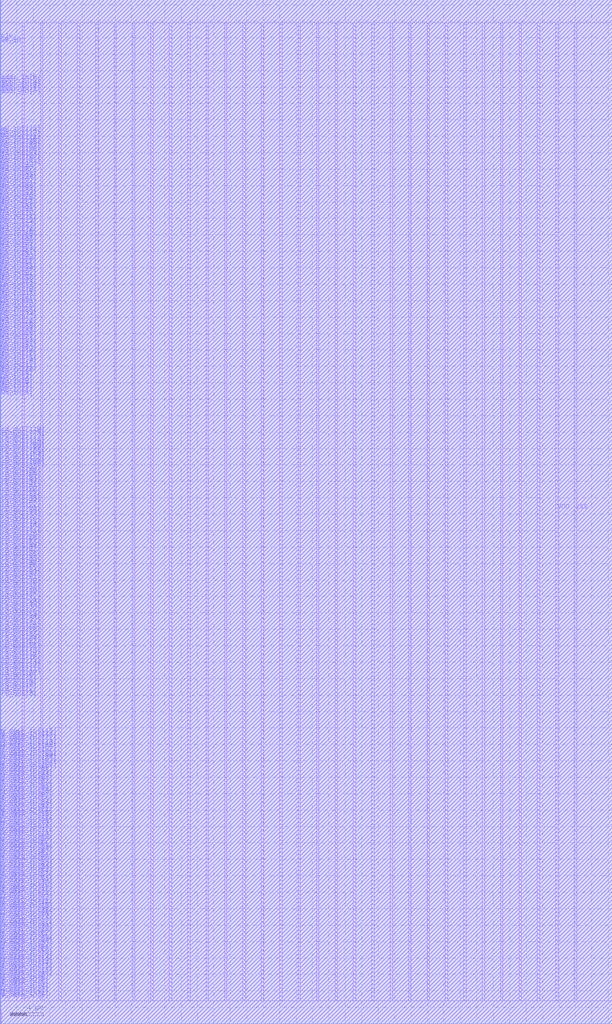
<source format=lef>
VERSION 5.7 ;
BUSBITCHARS "[]" ;
MACRO fakeram45_128x116_upper
  FOREIGN fakeram45_128x116_upper 0 0 ;
  SYMMETRY X Y R90 ;
  SIZE 0.19 BY 1.4 ;
  CLASS BLOCK ;
  PIN w_mask_in[0]
    DIRECTION INPUT ;
    USE SIGNAL ;
    SHAPE ABUTMENT ;
    PORT
      LAYER metal18 ;
      RECT 0.000 2.800 0.070 2.870 ;
    END
  END w_mask_in[0]
  PIN w_mask_in[1]
    DIRECTION INPUT ;
    USE SIGNAL ;
    SHAPE ABUTMENT ;
    PORT
      LAYER metal18 ;
      RECT 0.000 3.080 0.070 3.150 ;
    END
  END w_mask_in[1]
  PIN w_mask_in[2]
    DIRECTION INPUT ;
    USE SIGNAL ;
    SHAPE ABUTMENT ;
    PORT
      LAYER metal18 ;
      RECT 0.000 3.360 0.070 3.430 ;
    END
  END w_mask_in[2]
  PIN w_mask_in[3]
    DIRECTION INPUT ;
    USE SIGNAL ;
    SHAPE ABUTMENT ;
    PORT
      LAYER metal18 ;
      RECT 0.000 3.640 0.070 3.710 ;
    END
  END w_mask_in[3]
  PIN w_mask_in[4]
    DIRECTION INPUT ;
    USE SIGNAL ;
    SHAPE ABUTMENT ;
    PORT
      LAYER metal18 ;
      RECT 0.000 3.920 0.070 3.990 ;
    END
  END w_mask_in[4]
  PIN w_mask_in[5]
    DIRECTION INPUT ;
    USE SIGNAL ;
    SHAPE ABUTMENT ;
    PORT
      LAYER metal18 ;
      RECT 0.000 4.200 0.070 4.270 ;
    END
  END w_mask_in[5]
  PIN w_mask_in[6]
    DIRECTION INPUT ;
    USE SIGNAL ;
    SHAPE ABUTMENT ;
    PORT
      LAYER metal18 ;
      RECT 0.000 4.480 0.070 4.550 ;
    END
  END w_mask_in[6]
  PIN w_mask_in[7]
    DIRECTION INPUT ;
    USE SIGNAL ;
    SHAPE ABUTMENT ;
    PORT
      LAYER metal18 ;
      RECT 0.000 4.760 0.070 4.830 ;
    END
  END w_mask_in[7]
  PIN w_mask_in[8]
    DIRECTION INPUT ;
    USE SIGNAL ;
    SHAPE ABUTMENT ;
    PORT
      LAYER metal18 ;
      RECT 0.000 5.040 0.070 5.110 ;
    END
  END w_mask_in[8]
  PIN w_mask_in[9]
    DIRECTION INPUT ;
    USE SIGNAL ;
    SHAPE ABUTMENT ;
    PORT
      LAYER metal18 ;
      RECT 0.000 5.320 0.070 5.390 ;
    END
  END w_mask_in[9]
  PIN w_mask_in[10]
    DIRECTION INPUT ;
    USE SIGNAL ;
    SHAPE ABUTMENT ;
    PORT
      LAYER metal18 ;
      RECT 0.000 5.600 0.070 5.670 ;
    END
  END w_mask_in[10]
  PIN w_mask_in[11]
    DIRECTION INPUT ;
    USE SIGNAL ;
    SHAPE ABUTMENT ;
    PORT
      LAYER metal18 ;
      RECT 0.000 5.880 0.070 5.950 ;
    END
  END w_mask_in[11]
  PIN w_mask_in[12]
    DIRECTION INPUT ;
    USE SIGNAL ;
    SHAPE ABUTMENT ;
    PORT
      LAYER metal18 ;
      RECT 0.000 6.160 0.070 6.230 ;
    END
  END w_mask_in[12]
  PIN w_mask_in[13]
    DIRECTION INPUT ;
    USE SIGNAL ;
    SHAPE ABUTMENT ;
    PORT
      LAYER metal18 ;
      RECT 0.000 6.440 0.070 6.510 ;
    END
  END w_mask_in[13]
  PIN w_mask_in[14]
    DIRECTION INPUT ;
    USE SIGNAL ;
    SHAPE ABUTMENT ;
    PORT
      LAYER metal18 ;
      RECT 0.000 6.720 0.070 6.790 ;
    END
  END w_mask_in[14]
  PIN w_mask_in[15]
    DIRECTION INPUT ;
    USE SIGNAL ;
    SHAPE ABUTMENT ;
    PORT
      LAYER metal18 ;
      RECT 0.000 7.000 0.070 7.070 ;
    END
  END w_mask_in[15]
  PIN w_mask_in[16]
    DIRECTION INPUT ;
    USE SIGNAL ;
    SHAPE ABUTMENT ;
    PORT
      LAYER metal18 ;
      RECT 0.000 7.280 0.070 7.350 ;
    END
  END w_mask_in[16]
  PIN w_mask_in[17]
    DIRECTION INPUT ;
    USE SIGNAL ;
    SHAPE ABUTMENT ;
    PORT
      LAYER metal18 ;
      RECT 0.000 7.560 0.070 7.630 ;
    END
  END w_mask_in[17]
  PIN w_mask_in[18]
    DIRECTION INPUT ;
    USE SIGNAL ;
    SHAPE ABUTMENT ;
    PORT
      LAYER metal18 ;
      RECT 0.000 7.840 0.070 7.910 ;
    END
  END w_mask_in[18]
  PIN w_mask_in[19]
    DIRECTION INPUT ;
    USE SIGNAL ;
    SHAPE ABUTMENT ;
    PORT
      LAYER metal18 ;
      RECT 0.000 8.120 0.070 8.190 ;
    END
  END w_mask_in[19]
  PIN w_mask_in[20]
    DIRECTION INPUT ;
    USE SIGNAL ;
    SHAPE ABUTMENT ;
    PORT
      LAYER metal18 ;
      RECT 0.000 8.400 0.070 8.470 ;
    END
  END w_mask_in[20]
  PIN w_mask_in[21]
    DIRECTION INPUT ;
    USE SIGNAL ;
    SHAPE ABUTMENT ;
    PORT
      LAYER metal18 ;
      RECT 0.000 8.680 0.070 8.750 ;
    END
  END w_mask_in[21]
  PIN w_mask_in[22]
    DIRECTION INPUT ;
    USE SIGNAL ;
    SHAPE ABUTMENT ;
    PORT
      LAYER metal18 ;
      RECT 0.000 8.960 0.070 9.030 ;
    END
  END w_mask_in[22]
  PIN w_mask_in[23]
    DIRECTION INPUT ;
    USE SIGNAL ;
    SHAPE ABUTMENT ;
    PORT
      LAYER metal18 ;
      RECT 0.000 9.240 0.070 9.310 ;
    END
  END w_mask_in[23]
  PIN w_mask_in[24]
    DIRECTION INPUT ;
    USE SIGNAL ;
    SHAPE ABUTMENT ;
    PORT
      LAYER metal18 ;
      RECT 0.000 9.520 0.070 9.590 ;
    END
  END w_mask_in[24]
  PIN w_mask_in[25]
    DIRECTION INPUT ;
    USE SIGNAL ;
    SHAPE ABUTMENT ;
    PORT
      LAYER metal18 ;
      RECT 0.000 9.800 0.070 9.870 ;
    END
  END w_mask_in[25]
  PIN w_mask_in[26]
    DIRECTION INPUT ;
    USE SIGNAL ;
    SHAPE ABUTMENT ;
    PORT
      LAYER metal18 ;
      RECT 0.000 10.080 0.070 10.150 ;
    END
  END w_mask_in[26]
  PIN w_mask_in[27]
    DIRECTION INPUT ;
    USE SIGNAL ;
    SHAPE ABUTMENT ;
    PORT
      LAYER metal18 ;
      RECT 0.000 10.360 0.070 10.430 ;
    END
  END w_mask_in[27]
  PIN w_mask_in[28]
    DIRECTION INPUT ;
    USE SIGNAL ;
    SHAPE ABUTMENT ;
    PORT
      LAYER metal18 ;
      RECT 0.000 10.640 0.070 10.710 ;
    END
  END w_mask_in[28]
  PIN w_mask_in[29]
    DIRECTION INPUT ;
    USE SIGNAL ;
    SHAPE ABUTMENT ;
    PORT
      LAYER metal18 ;
      RECT 0.000 10.920 0.070 10.990 ;
    END
  END w_mask_in[29]
  PIN w_mask_in[30]
    DIRECTION INPUT ;
    USE SIGNAL ;
    SHAPE ABUTMENT ;
    PORT
      LAYER metal18 ;
      RECT 0.000 11.200 0.070 11.270 ;
    END
  END w_mask_in[30]
  PIN w_mask_in[31]
    DIRECTION INPUT ;
    USE SIGNAL ;
    SHAPE ABUTMENT ;
    PORT
      LAYER metal18 ;
      RECT 0.000 11.480 0.070 11.550 ;
    END
  END w_mask_in[31]
  PIN w_mask_in[32]
    DIRECTION INPUT ;
    USE SIGNAL ;
    SHAPE ABUTMENT ;
    PORT
      LAYER metal18 ;
      RECT 0.000 11.760 0.070 11.830 ;
    END
  END w_mask_in[32]
  PIN w_mask_in[33]
    DIRECTION INPUT ;
    USE SIGNAL ;
    SHAPE ABUTMENT ;
    PORT
      LAYER metal18 ;
      RECT 0.000 12.040 0.070 12.110 ;
    END
  END w_mask_in[33]
  PIN w_mask_in[34]
    DIRECTION INPUT ;
    USE SIGNAL ;
    SHAPE ABUTMENT ;
    PORT
      LAYER metal18 ;
      RECT 0.000 12.320 0.070 12.390 ;
    END
  END w_mask_in[34]
  PIN w_mask_in[35]
    DIRECTION INPUT ;
    USE SIGNAL ;
    SHAPE ABUTMENT ;
    PORT
      LAYER metal18 ;
      RECT 0.000 12.600 0.070 12.670 ;
    END
  END w_mask_in[35]
  PIN w_mask_in[36]
    DIRECTION INPUT ;
    USE SIGNAL ;
    SHAPE ABUTMENT ;
    PORT
      LAYER metal18 ;
      RECT 0.000 12.880 0.070 12.950 ;
    END
  END w_mask_in[36]
  PIN w_mask_in[37]
    DIRECTION INPUT ;
    USE SIGNAL ;
    SHAPE ABUTMENT ;
    PORT
      LAYER metal18 ;
      RECT 0.000 13.160 0.070 13.230 ;
    END
  END w_mask_in[37]
  PIN w_mask_in[38]
    DIRECTION INPUT ;
    USE SIGNAL ;
    SHAPE ABUTMENT ;
    PORT
      LAYER metal18 ;
      RECT 0.000 13.440 0.070 13.510 ;
    END
  END w_mask_in[38]
  PIN w_mask_in[39]
    DIRECTION INPUT ;
    USE SIGNAL ;
    SHAPE ABUTMENT ;
    PORT
      LAYER metal18 ;
      RECT 0.000 13.720 0.070 13.790 ;
    END
  END w_mask_in[39]
  PIN w_mask_in[40]
    DIRECTION INPUT ;
    USE SIGNAL ;
    SHAPE ABUTMENT ;
    PORT
      LAYER metal18 ;
      RECT 0.000 14.000 0.070 14.070 ;
    END
  END w_mask_in[40]
  PIN w_mask_in[41]
    DIRECTION INPUT ;
    USE SIGNAL ;
    SHAPE ABUTMENT ;
    PORT
      LAYER metal18 ;
      RECT 0.000 14.280 0.070 14.350 ;
    END
  END w_mask_in[41]
  PIN w_mask_in[42]
    DIRECTION INPUT ;
    USE SIGNAL ;
    SHAPE ABUTMENT ;
    PORT
      LAYER metal18 ;
      RECT 0.000 14.560 0.070 14.630 ;
    END
  END w_mask_in[42]
  PIN w_mask_in[43]
    DIRECTION INPUT ;
    USE SIGNAL ;
    SHAPE ABUTMENT ;
    PORT
      LAYER metal18 ;
      RECT 0.000 14.840 0.070 14.910 ;
    END
  END w_mask_in[43]
  PIN w_mask_in[44]
    DIRECTION INPUT ;
    USE SIGNAL ;
    SHAPE ABUTMENT ;
    PORT
      LAYER metal18 ;
      RECT 0.000 15.120 0.070 15.190 ;
    END
  END w_mask_in[44]
  PIN w_mask_in[45]
    DIRECTION INPUT ;
    USE SIGNAL ;
    SHAPE ABUTMENT ;
    PORT
      LAYER metal18 ;
      RECT 0.000 15.400 0.070 15.470 ;
    END
  END w_mask_in[45]
  PIN w_mask_in[46]
    DIRECTION INPUT ;
    USE SIGNAL ;
    SHAPE ABUTMENT ;
    PORT
      LAYER metal18 ;
      RECT 0.000 15.680 0.070 15.750 ;
    END
  END w_mask_in[46]
  PIN w_mask_in[47]
    DIRECTION INPUT ;
    USE SIGNAL ;
    SHAPE ABUTMENT ;
    PORT
      LAYER metal18 ;
      RECT 0.000 15.960 0.070 16.030 ;
    END
  END w_mask_in[47]
  PIN w_mask_in[48]
    DIRECTION INPUT ;
    USE SIGNAL ;
    SHAPE ABUTMENT ;
    PORT
      LAYER metal18 ;
      RECT 0.000 16.240 0.070 16.310 ;
    END
  END w_mask_in[48]
  PIN w_mask_in[49]
    DIRECTION INPUT ;
    USE SIGNAL ;
    SHAPE ABUTMENT ;
    PORT
      LAYER metal18 ;
      RECT 0.000 16.520 0.070 16.590 ;
    END
  END w_mask_in[49]
  PIN w_mask_in[50]
    DIRECTION INPUT ;
    USE SIGNAL ;
    SHAPE ABUTMENT ;
    PORT
      LAYER metal18 ;
      RECT 0.000 16.800 0.070 16.870 ;
    END
  END w_mask_in[50]
  PIN w_mask_in[51]
    DIRECTION INPUT ;
    USE SIGNAL ;
    SHAPE ABUTMENT ;
    PORT
      LAYER metal18 ;
      RECT 0.000 17.080 0.070 17.150 ;
    END
  END w_mask_in[51]
  PIN w_mask_in[52]
    DIRECTION INPUT ;
    USE SIGNAL ;
    SHAPE ABUTMENT ;
    PORT
      LAYER metal18 ;
      RECT 0.000 17.360 0.070 17.430 ;
    END
  END w_mask_in[52]
  PIN w_mask_in[53]
    DIRECTION INPUT ;
    USE SIGNAL ;
    SHAPE ABUTMENT ;
    PORT
      LAYER metal18 ;
      RECT 0.000 17.640 0.070 17.710 ;
    END
  END w_mask_in[53]
  PIN w_mask_in[54]
    DIRECTION INPUT ;
    USE SIGNAL ;
    SHAPE ABUTMENT ;
    PORT
      LAYER metal18 ;
      RECT 0.000 17.920 0.070 17.990 ;
    END
  END w_mask_in[54]
  PIN w_mask_in[55]
    DIRECTION INPUT ;
    USE SIGNAL ;
    SHAPE ABUTMENT ;
    PORT
      LAYER metal18 ;
      RECT 0.000 18.200 0.070 18.270 ;
    END
  END w_mask_in[55]
  PIN w_mask_in[56]
    DIRECTION INPUT ;
    USE SIGNAL ;
    SHAPE ABUTMENT ;
    PORT
      LAYER metal18 ;
      RECT 0.000 18.480 0.070 18.550 ;
    END
  END w_mask_in[56]
  PIN w_mask_in[57]
    DIRECTION INPUT ;
    USE SIGNAL ;
    SHAPE ABUTMENT ;
    PORT
      LAYER metal18 ;
      RECT 0.000 18.760 0.070 18.830 ;
    END
  END w_mask_in[57]
  PIN w_mask_in[58]
    DIRECTION INPUT ;
    USE SIGNAL ;
    SHAPE ABUTMENT ;
    PORT
      LAYER metal18 ;
      RECT 0.000 19.040 0.070 19.110 ;
    END
  END w_mask_in[58]
  PIN w_mask_in[59]
    DIRECTION INPUT ;
    USE SIGNAL ;
    SHAPE ABUTMENT ;
    PORT
      LAYER metal18 ;
      RECT 0.000 19.320 0.070 19.390 ;
    END
  END w_mask_in[59]
  PIN w_mask_in[60]
    DIRECTION INPUT ;
    USE SIGNAL ;
    SHAPE ABUTMENT ;
    PORT
      LAYER metal18 ;
      RECT 0.000 19.600 0.070 19.670 ;
    END
  END w_mask_in[60]
  PIN w_mask_in[61]
    DIRECTION INPUT ;
    USE SIGNAL ;
    SHAPE ABUTMENT ;
    PORT
      LAYER metal18 ;
      RECT 0.000 19.880 0.070 19.950 ;
    END
  END w_mask_in[61]
  PIN w_mask_in[62]
    DIRECTION INPUT ;
    USE SIGNAL ;
    SHAPE ABUTMENT ;
    PORT
      LAYER metal18 ;
      RECT 0.000 20.160 0.070 20.230 ;
    END
  END w_mask_in[62]
  PIN w_mask_in[63]
    DIRECTION INPUT ;
    USE SIGNAL ;
    SHAPE ABUTMENT ;
    PORT
      LAYER metal18 ;
      RECT 0.000 20.440 0.070 20.510 ;
    END
  END w_mask_in[63]
  PIN w_mask_in[64]
    DIRECTION INPUT ;
    USE SIGNAL ;
    SHAPE ABUTMENT ;
    PORT
      LAYER metal18 ;
      RECT 0.000 20.720 0.070 20.790 ;
    END
  END w_mask_in[64]
  PIN w_mask_in[65]
    DIRECTION INPUT ;
    USE SIGNAL ;
    SHAPE ABUTMENT ;
    PORT
      LAYER metal18 ;
      RECT 0.000 21.000 0.070 21.070 ;
    END
  END w_mask_in[65]
  PIN w_mask_in[66]
    DIRECTION INPUT ;
    USE SIGNAL ;
    SHAPE ABUTMENT ;
    PORT
      LAYER metal18 ;
      RECT 0.000 21.280 0.070 21.350 ;
    END
  END w_mask_in[66]
  PIN w_mask_in[67]
    DIRECTION INPUT ;
    USE SIGNAL ;
    SHAPE ABUTMENT ;
    PORT
      LAYER metal18 ;
      RECT 0.000 21.560 0.070 21.630 ;
    END
  END w_mask_in[67]
  PIN w_mask_in[68]
    DIRECTION INPUT ;
    USE SIGNAL ;
    SHAPE ABUTMENT ;
    PORT
      LAYER metal18 ;
      RECT 0.000 21.840 0.070 21.910 ;
    END
  END w_mask_in[68]
  PIN w_mask_in[69]
    DIRECTION INPUT ;
    USE SIGNAL ;
    SHAPE ABUTMENT ;
    PORT
      LAYER metal18 ;
      RECT 0.000 22.120 0.070 22.190 ;
    END
  END w_mask_in[69]
  PIN w_mask_in[70]
    DIRECTION INPUT ;
    USE SIGNAL ;
    SHAPE ABUTMENT ;
    PORT
      LAYER metal18 ;
      RECT 0.000 22.400 0.070 22.470 ;
    END
  END w_mask_in[70]
  PIN w_mask_in[71]
    DIRECTION INPUT ;
    USE SIGNAL ;
    SHAPE ABUTMENT ;
    PORT
      LAYER metal18 ;
      RECT 0.000 22.680 0.070 22.750 ;
    END
  END w_mask_in[71]
  PIN w_mask_in[72]
    DIRECTION INPUT ;
    USE SIGNAL ;
    SHAPE ABUTMENT ;
    PORT
      LAYER metal18 ;
      RECT 0.000 22.960 0.070 23.030 ;
    END
  END w_mask_in[72]
  PIN w_mask_in[73]
    DIRECTION INPUT ;
    USE SIGNAL ;
    SHAPE ABUTMENT ;
    PORT
      LAYER metal18 ;
      RECT 0.000 23.240 0.070 23.310 ;
    END
  END w_mask_in[73]
  PIN w_mask_in[74]
    DIRECTION INPUT ;
    USE SIGNAL ;
    SHAPE ABUTMENT ;
    PORT
      LAYER metal18 ;
      RECT 0.000 23.520 0.070 23.590 ;
    END
  END w_mask_in[74]
  PIN w_mask_in[75]
    DIRECTION INPUT ;
    USE SIGNAL ;
    SHAPE ABUTMENT ;
    PORT
      LAYER metal18 ;
      RECT 0.000 23.800 0.070 23.870 ;
    END
  END w_mask_in[75]
  PIN w_mask_in[76]
    DIRECTION INPUT ;
    USE SIGNAL ;
    SHAPE ABUTMENT ;
    PORT
      LAYER metal18 ;
      RECT 0.000 24.080 0.070 24.150 ;
    END
  END w_mask_in[76]
  PIN w_mask_in[77]
    DIRECTION INPUT ;
    USE SIGNAL ;
    SHAPE ABUTMENT ;
    PORT
      LAYER metal18 ;
      RECT 0.000 24.360 0.070 24.430 ;
    END
  END w_mask_in[77]
  PIN w_mask_in[78]
    DIRECTION INPUT ;
    USE SIGNAL ;
    SHAPE ABUTMENT ;
    PORT
      LAYER metal18 ;
      RECT 0.000 24.640 0.070 24.710 ;
    END
  END w_mask_in[78]
  PIN w_mask_in[79]
    DIRECTION INPUT ;
    USE SIGNAL ;
    SHAPE ABUTMENT ;
    PORT
      LAYER metal18 ;
      RECT 0.000 24.920 0.070 24.990 ;
    END
  END w_mask_in[79]
  PIN w_mask_in[80]
    DIRECTION INPUT ;
    USE SIGNAL ;
    SHAPE ABUTMENT ;
    PORT
      LAYER metal18 ;
      RECT 0.000 25.200 0.070 25.270 ;
    END
  END w_mask_in[80]
  PIN w_mask_in[81]
    DIRECTION INPUT ;
    USE SIGNAL ;
    SHAPE ABUTMENT ;
    PORT
      LAYER metal18 ;
      RECT 0.000 25.480 0.070 25.550 ;
    END
  END w_mask_in[81]
  PIN w_mask_in[82]
    DIRECTION INPUT ;
    USE SIGNAL ;
    SHAPE ABUTMENT ;
    PORT
      LAYER metal18 ;
      RECT 0.000 25.760 0.070 25.830 ;
    END
  END w_mask_in[82]
  PIN w_mask_in[83]
    DIRECTION INPUT ;
    USE SIGNAL ;
    SHAPE ABUTMENT ;
    PORT
      LAYER metal18 ;
      RECT 0.000 26.040 0.070 26.110 ;
    END
  END w_mask_in[83]
  PIN w_mask_in[84]
    DIRECTION INPUT ;
    USE SIGNAL ;
    SHAPE ABUTMENT ;
    PORT
      LAYER metal18 ;
      RECT 0.000 26.320 0.070 26.390 ;
    END
  END w_mask_in[84]
  PIN w_mask_in[85]
    DIRECTION INPUT ;
    USE SIGNAL ;
    SHAPE ABUTMENT ;
    PORT
      LAYER metal18 ;
      RECT 0.000 26.600 0.070 26.670 ;
    END
  END w_mask_in[85]
  PIN w_mask_in[86]
    DIRECTION INPUT ;
    USE SIGNAL ;
    SHAPE ABUTMENT ;
    PORT
      LAYER metal18 ;
      RECT 0.000 26.880 0.070 26.950 ;
    END
  END w_mask_in[86]
  PIN w_mask_in[87]
    DIRECTION INPUT ;
    USE SIGNAL ;
    SHAPE ABUTMENT ;
    PORT
      LAYER metal18 ;
      RECT 0.000 27.160 0.070 27.230 ;
    END
  END w_mask_in[87]
  PIN w_mask_in[88]
    DIRECTION INPUT ;
    USE SIGNAL ;
    SHAPE ABUTMENT ;
    PORT
      LAYER metal18 ;
      RECT 0.000 27.440 0.070 27.510 ;
    END
  END w_mask_in[88]
  PIN w_mask_in[89]
    DIRECTION INPUT ;
    USE SIGNAL ;
    SHAPE ABUTMENT ;
    PORT
      LAYER metal18 ;
      RECT 0.000 27.720 0.070 27.790 ;
    END
  END w_mask_in[89]
  PIN w_mask_in[90]
    DIRECTION INPUT ;
    USE SIGNAL ;
    SHAPE ABUTMENT ;
    PORT
      LAYER metal18 ;
      RECT 0.000 28.000 0.070 28.070 ;
    END
  END w_mask_in[90]
  PIN w_mask_in[91]
    DIRECTION INPUT ;
    USE SIGNAL ;
    SHAPE ABUTMENT ;
    PORT
      LAYER metal18 ;
      RECT 0.000 28.280 0.070 28.350 ;
    END
  END w_mask_in[91]
  PIN w_mask_in[92]
    DIRECTION INPUT ;
    USE SIGNAL ;
    SHAPE ABUTMENT ;
    PORT
      LAYER metal18 ;
      RECT 0.000 28.560 0.070 28.630 ;
    END
  END w_mask_in[92]
  PIN w_mask_in[93]
    DIRECTION INPUT ;
    USE SIGNAL ;
    SHAPE ABUTMENT ;
    PORT
      LAYER metal18 ;
      RECT 0.000 28.840 0.070 28.910 ;
    END
  END w_mask_in[93]
  PIN w_mask_in[94]
    DIRECTION INPUT ;
    USE SIGNAL ;
    SHAPE ABUTMENT ;
    PORT
      LAYER metal18 ;
      RECT 0.000 29.120 0.070 29.190 ;
    END
  END w_mask_in[94]
  PIN w_mask_in[95]
    DIRECTION INPUT ;
    USE SIGNAL ;
    SHAPE ABUTMENT ;
    PORT
      LAYER metal18 ;
      RECT 0.000 29.400 0.070 29.470 ;
    END
  END w_mask_in[95]
  PIN w_mask_in[96]
    DIRECTION INPUT ;
    USE SIGNAL ;
    SHAPE ABUTMENT ;
    PORT
      LAYER metal18 ;
      RECT 0.000 29.680 0.070 29.750 ;
    END
  END w_mask_in[96]
  PIN w_mask_in[97]
    DIRECTION INPUT ;
    USE SIGNAL ;
    SHAPE ABUTMENT ;
    PORT
      LAYER metal18 ;
      RECT 0.000 29.960 0.070 30.030 ;
    END
  END w_mask_in[97]
  PIN w_mask_in[98]
    DIRECTION INPUT ;
    USE SIGNAL ;
    SHAPE ABUTMENT ;
    PORT
      LAYER metal18 ;
      RECT 0.000 30.240 0.070 30.310 ;
    END
  END w_mask_in[98]
  PIN w_mask_in[99]
    DIRECTION INPUT ;
    USE SIGNAL ;
    SHAPE ABUTMENT ;
    PORT
      LAYER metal18 ;
      RECT 0.000 30.520 0.070 30.590 ;
    END
  END w_mask_in[99]
  PIN w_mask_in[100]
    DIRECTION INPUT ;
    USE SIGNAL ;
    SHAPE ABUTMENT ;
    PORT
      LAYER metal18 ;
      RECT 0.000 30.800 0.070 30.870 ;
    END
  END w_mask_in[100]
  PIN w_mask_in[101]
    DIRECTION INPUT ;
    USE SIGNAL ;
    SHAPE ABUTMENT ;
    PORT
      LAYER metal18 ;
      RECT 0.000 31.080 0.070 31.150 ;
    END
  END w_mask_in[101]
  PIN w_mask_in[102]
    DIRECTION INPUT ;
    USE SIGNAL ;
    SHAPE ABUTMENT ;
    PORT
      LAYER metal18 ;
      RECT 0.000 31.360 0.070 31.430 ;
    END
  END w_mask_in[102]
  PIN w_mask_in[103]
    DIRECTION INPUT ;
    USE SIGNAL ;
    SHAPE ABUTMENT ;
    PORT
      LAYER metal18 ;
      RECT 0.000 31.640 0.070 31.710 ;
    END
  END w_mask_in[103]
  PIN w_mask_in[104]
    DIRECTION INPUT ;
    USE SIGNAL ;
    SHAPE ABUTMENT ;
    PORT
      LAYER metal18 ;
      RECT 0.000 31.920 0.070 31.990 ;
    END
  END w_mask_in[104]
  PIN w_mask_in[105]
    DIRECTION INPUT ;
    USE SIGNAL ;
    SHAPE ABUTMENT ;
    PORT
      LAYER metal18 ;
      RECT 0.000 32.200 0.070 32.270 ;
    END
  END w_mask_in[105]
  PIN w_mask_in[106]
    DIRECTION INPUT ;
    USE SIGNAL ;
    SHAPE ABUTMENT ;
    PORT
      LAYER metal18 ;
      RECT 0.000 32.480 0.070 32.550 ;
    END
  END w_mask_in[106]
  PIN w_mask_in[107]
    DIRECTION INPUT ;
    USE SIGNAL ;
    SHAPE ABUTMENT ;
    PORT
      LAYER metal18 ;
      RECT 0.000 32.760 0.070 32.830 ;
    END
  END w_mask_in[107]
  PIN w_mask_in[108]
    DIRECTION INPUT ;
    USE SIGNAL ;
    SHAPE ABUTMENT ;
    PORT
      LAYER metal18 ;
      RECT 0.000 33.040 0.070 33.110 ;
    END
  END w_mask_in[108]
  PIN w_mask_in[109]
    DIRECTION INPUT ;
    USE SIGNAL ;
    SHAPE ABUTMENT ;
    PORT
      LAYER metal18 ;
      RECT 0.000 33.320 0.070 33.390 ;
    END
  END w_mask_in[109]
  PIN w_mask_in[110]
    DIRECTION INPUT ;
    USE SIGNAL ;
    SHAPE ABUTMENT ;
    PORT
      LAYER metal18 ;
      RECT 0.000 33.600 0.070 33.670 ;
    END
  END w_mask_in[110]
  PIN w_mask_in[111]
    DIRECTION INPUT ;
    USE SIGNAL ;
    SHAPE ABUTMENT ;
    PORT
      LAYER metal18 ;
      RECT 0.000 33.880 0.070 33.950 ;
    END
  END w_mask_in[111]
  PIN w_mask_in[112]
    DIRECTION INPUT ;
    USE SIGNAL ;
    SHAPE ABUTMENT ;
    PORT
      LAYER metal18 ;
      RECT 0.000 34.160 0.070 34.230 ;
    END
  END w_mask_in[112]
  PIN w_mask_in[113]
    DIRECTION INPUT ;
    USE SIGNAL ;
    SHAPE ABUTMENT ;
    PORT
      LAYER metal18 ;
      RECT 0.000 34.440 0.070 34.510 ;
    END
  END w_mask_in[113]
  PIN w_mask_in[114]
    DIRECTION INPUT ;
    USE SIGNAL ;
    SHAPE ABUTMENT ;
    PORT
      LAYER metal18 ;
      RECT 0.000 34.720 0.070 34.790 ;
    END
  END w_mask_in[114]
  PIN w_mask_in[115]
    DIRECTION INPUT ;
    USE SIGNAL ;
    SHAPE ABUTMENT ;
    PORT
      LAYER metal18 ;
      RECT 0.000 35.000 0.070 35.070 ;
    END
  END w_mask_in[115]
  PIN rd_out[0]
    DIRECTION OUTPUT ;
    USE SIGNAL ;
    SHAPE ABUTMENT ;
    PORT
      LAYER metal18 ;
      RECT 0.000 39.480 0.070 39.550 ;
    END
  END rd_out[0]
  PIN rd_out[1]
    DIRECTION OUTPUT ;
    USE SIGNAL ;
    SHAPE ABUTMENT ;
    PORT
      LAYER metal18 ;
      RECT 0.000 39.760 0.070 39.830 ;
    END
  END rd_out[1]
  PIN rd_out[2]
    DIRECTION OUTPUT ;
    USE SIGNAL ;
    SHAPE ABUTMENT ;
    PORT
      LAYER metal18 ;
      RECT 0.000 40.040 0.070 40.110 ;
    END
  END rd_out[2]
  PIN rd_out[3]
    DIRECTION OUTPUT ;
    USE SIGNAL ;
    SHAPE ABUTMENT ;
    PORT
      LAYER metal18 ;
      RECT 0.000 40.320 0.070 40.390 ;
    END
  END rd_out[3]
  PIN rd_out[4]
    DIRECTION OUTPUT ;
    USE SIGNAL ;
    SHAPE ABUTMENT ;
    PORT
      LAYER metal18 ;
      RECT 0.000 40.600 0.070 40.670 ;
    END
  END rd_out[4]
  PIN rd_out[5]
    DIRECTION OUTPUT ;
    USE SIGNAL ;
    SHAPE ABUTMENT ;
    PORT
      LAYER metal18 ;
      RECT 0.000 40.880 0.070 40.950 ;
    END
  END rd_out[5]
  PIN rd_out[6]
    DIRECTION OUTPUT ;
    USE SIGNAL ;
    SHAPE ABUTMENT ;
    PORT
      LAYER metal18 ;
      RECT 0.000 41.160 0.070 41.230 ;
    END
  END rd_out[6]
  PIN rd_out[7]
    DIRECTION OUTPUT ;
    USE SIGNAL ;
    SHAPE ABUTMENT ;
    PORT
      LAYER metal18 ;
      RECT 0.000 41.440 0.070 41.510 ;
    END
  END rd_out[7]
  PIN rd_out[8]
    DIRECTION OUTPUT ;
    USE SIGNAL ;
    SHAPE ABUTMENT ;
    PORT
      LAYER metal18 ;
      RECT 0.000 41.720 0.070 41.790 ;
    END
  END rd_out[8]
  PIN rd_out[9]
    DIRECTION OUTPUT ;
    USE SIGNAL ;
    SHAPE ABUTMENT ;
    PORT
      LAYER metal18 ;
      RECT 0.000 42.000 0.070 42.070 ;
    END
  END rd_out[9]
  PIN rd_out[10]
    DIRECTION OUTPUT ;
    USE SIGNAL ;
    SHAPE ABUTMENT ;
    PORT
      LAYER metal18 ;
      RECT 0.000 42.280 0.070 42.350 ;
    END
  END rd_out[10]
  PIN rd_out[11]
    DIRECTION OUTPUT ;
    USE SIGNAL ;
    SHAPE ABUTMENT ;
    PORT
      LAYER metal18 ;
      RECT 0.000 42.560 0.070 42.630 ;
    END
  END rd_out[11]
  PIN rd_out[12]
    DIRECTION OUTPUT ;
    USE SIGNAL ;
    SHAPE ABUTMENT ;
    PORT
      LAYER metal18 ;
      RECT 0.000 42.840 0.070 42.910 ;
    END
  END rd_out[12]
  PIN rd_out[13]
    DIRECTION OUTPUT ;
    USE SIGNAL ;
    SHAPE ABUTMENT ;
    PORT
      LAYER metal18 ;
      RECT 0.000 43.120 0.070 43.190 ;
    END
  END rd_out[13]
  PIN rd_out[14]
    DIRECTION OUTPUT ;
    USE SIGNAL ;
    SHAPE ABUTMENT ;
    PORT
      LAYER metal18 ;
      RECT 0.000 43.400 0.070 43.470 ;
    END
  END rd_out[14]
  PIN rd_out[15]
    DIRECTION OUTPUT ;
    USE SIGNAL ;
    SHAPE ABUTMENT ;
    PORT
      LAYER metal18 ;
      RECT 0.000 43.680 0.070 43.750 ;
    END
  END rd_out[15]
  PIN rd_out[16]
    DIRECTION OUTPUT ;
    USE SIGNAL ;
    SHAPE ABUTMENT ;
    PORT
      LAYER metal18 ;
      RECT 0.000 43.960 0.070 44.030 ;
    END
  END rd_out[16]
  PIN rd_out[17]
    DIRECTION OUTPUT ;
    USE SIGNAL ;
    SHAPE ABUTMENT ;
    PORT
      LAYER metal18 ;
      RECT 0.000 44.240 0.070 44.310 ;
    END
  END rd_out[17]
  PIN rd_out[18]
    DIRECTION OUTPUT ;
    USE SIGNAL ;
    SHAPE ABUTMENT ;
    PORT
      LAYER metal18 ;
      RECT 0.000 44.520 0.070 44.590 ;
    END
  END rd_out[18]
  PIN rd_out[19]
    DIRECTION OUTPUT ;
    USE SIGNAL ;
    SHAPE ABUTMENT ;
    PORT
      LAYER metal18 ;
      RECT 0.000 44.800 0.070 44.870 ;
    END
  END rd_out[19]
  PIN rd_out[20]
    DIRECTION OUTPUT ;
    USE SIGNAL ;
    SHAPE ABUTMENT ;
    PORT
      LAYER metal18 ;
      RECT 0.000 45.080 0.070 45.150 ;
    END
  END rd_out[20]
  PIN rd_out[21]
    DIRECTION OUTPUT ;
    USE SIGNAL ;
    SHAPE ABUTMENT ;
    PORT
      LAYER metal18 ;
      RECT 0.000 45.360 0.070 45.430 ;
    END
  END rd_out[21]
  PIN rd_out[22]
    DIRECTION OUTPUT ;
    USE SIGNAL ;
    SHAPE ABUTMENT ;
    PORT
      LAYER metal18 ;
      RECT 0.000 45.640 0.070 45.710 ;
    END
  END rd_out[22]
  PIN rd_out[23]
    DIRECTION OUTPUT ;
    USE SIGNAL ;
    SHAPE ABUTMENT ;
    PORT
      LAYER metal18 ;
      RECT 0.000 45.920 0.070 45.990 ;
    END
  END rd_out[23]
  PIN rd_out[24]
    DIRECTION OUTPUT ;
    USE SIGNAL ;
    SHAPE ABUTMENT ;
    PORT
      LAYER metal18 ;
      RECT 0.000 46.200 0.070 46.270 ;
    END
  END rd_out[24]
  PIN rd_out[25]
    DIRECTION OUTPUT ;
    USE SIGNAL ;
    SHAPE ABUTMENT ;
    PORT
      LAYER metal18 ;
      RECT 0.000 46.480 0.070 46.550 ;
    END
  END rd_out[25]
  PIN rd_out[26]
    DIRECTION OUTPUT ;
    USE SIGNAL ;
    SHAPE ABUTMENT ;
    PORT
      LAYER metal18 ;
      RECT 0.000 46.760 0.070 46.830 ;
    END
  END rd_out[26]
  PIN rd_out[27]
    DIRECTION OUTPUT ;
    USE SIGNAL ;
    SHAPE ABUTMENT ;
    PORT
      LAYER metal18 ;
      RECT 0.000 47.040 0.070 47.110 ;
    END
  END rd_out[27]
  PIN rd_out[28]
    DIRECTION OUTPUT ;
    USE SIGNAL ;
    SHAPE ABUTMENT ;
    PORT
      LAYER metal18 ;
      RECT 0.000 47.320 0.070 47.390 ;
    END
  END rd_out[28]
  PIN rd_out[29]
    DIRECTION OUTPUT ;
    USE SIGNAL ;
    SHAPE ABUTMENT ;
    PORT
      LAYER metal18 ;
      RECT 0.000 47.600 0.070 47.670 ;
    END
  END rd_out[29]
  PIN rd_out[30]
    DIRECTION OUTPUT ;
    USE SIGNAL ;
    SHAPE ABUTMENT ;
    PORT
      LAYER metal18 ;
      RECT 0.000 47.880 0.070 47.950 ;
    END
  END rd_out[30]
  PIN rd_out[31]
    DIRECTION OUTPUT ;
    USE SIGNAL ;
    SHAPE ABUTMENT ;
    PORT
      LAYER metal18 ;
      RECT 0.000 48.160 0.070 48.230 ;
    END
  END rd_out[31]
  PIN rd_out[32]
    DIRECTION OUTPUT ;
    USE SIGNAL ;
    SHAPE ABUTMENT ;
    PORT
      LAYER metal18 ;
      RECT 0.000 48.440 0.070 48.510 ;
    END
  END rd_out[32]
  PIN rd_out[33]
    DIRECTION OUTPUT ;
    USE SIGNAL ;
    SHAPE ABUTMENT ;
    PORT
      LAYER metal18 ;
      RECT 0.000 48.720 0.070 48.790 ;
    END
  END rd_out[33]
  PIN rd_out[34]
    DIRECTION OUTPUT ;
    USE SIGNAL ;
    SHAPE ABUTMENT ;
    PORT
      LAYER metal18 ;
      RECT 0.000 49.000 0.070 49.070 ;
    END
  END rd_out[34]
  PIN rd_out[35]
    DIRECTION OUTPUT ;
    USE SIGNAL ;
    SHAPE ABUTMENT ;
    PORT
      LAYER metal18 ;
      RECT 0.000 49.280 0.070 49.350 ;
    END
  END rd_out[35]
  PIN rd_out[36]
    DIRECTION OUTPUT ;
    USE SIGNAL ;
    SHAPE ABUTMENT ;
    PORT
      LAYER metal18 ;
      RECT 0.000 49.560 0.070 49.630 ;
    END
  END rd_out[36]
  PIN rd_out[37]
    DIRECTION OUTPUT ;
    USE SIGNAL ;
    SHAPE ABUTMENT ;
    PORT
      LAYER metal18 ;
      RECT 0.000 49.840 0.070 49.910 ;
    END
  END rd_out[37]
  PIN rd_out[38]
    DIRECTION OUTPUT ;
    USE SIGNAL ;
    SHAPE ABUTMENT ;
    PORT
      LAYER metal18 ;
      RECT 0.000 50.120 0.070 50.190 ;
    END
  END rd_out[38]
  PIN rd_out[39]
    DIRECTION OUTPUT ;
    USE SIGNAL ;
    SHAPE ABUTMENT ;
    PORT
      LAYER metal18 ;
      RECT 0.000 50.400 0.070 50.470 ;
    END
  END rd_out[39]
  PIN rd_out[40]
    DIRECTION OUTPUT ;
    USE SIGNAL ;
    SHAPE ABUTMENT ;
    PORT
      LAYER metal18 ;
      RECT 0.000 50.680 0.070 50.750 ;
    END
  END rd_out[40]
  PIN rd_out[41]
    DIRECTION OUTPUT ;
    USE SIGNAL ;
    SHAPE ABUTMENT ;
    PORT
      LAYER metal18 ;
      RECT 0.000 50.960 0.070 51.030 ;
    END
  END rd_out[41]
  PIN rd_out[42]
    DIRECTION OUTPUT ;
    USE SIGNAL ;
    SHAPE ABUTMENT ;
    PORT
      LAYER metal18 ;
      RECT 0.000 51.240 0.070 51.310 ;
    END
  END rd_out[42]
  PIN rd_out[43]
    DIRECTION OUTPUT ;
    USE SIGNAL ;
    SHAPE ABUTMENT ;
    PORT
      LAYER metal18 ;
      RECT 0.000 51.520 0.070 51.590 ;
    END
  END rd_out[43]
  PIN rd_out[44]
    DIRECTION OUTPUT ;
    USE SIGNAL ;
    SHAPE ABUTMENT ;
    PORT
      LAYER metal18 ;
      RECT 0.000 51.800 0.070 51.870 ;
    END
  END rd_out[44]
  PIN rd_out[45]
    DIRECTION OUTPUT ;
    USE SIGNAL ;
    SHAPE ABUTMENT ;
    PORT
      LAYER metal18 ;
      RECT 0.000 52.080 0.070 52.150 ;
    END
  END rd_out[45]
  PIN rd_out[46]
    DIRECTION OUTPUT ;
    USE SIGNAL ;
    SHAPE ABUTMENT ;
    PORT
      LAYER metal18 ;
      RECT 0.000 52.360 0.070 52.430 ;
    END
  END rd_out[46]
  PIN rd_out[47]
    DIRECTION OUTPUT ;
    USE SIGNAL ;
    SHAPE ABUTMENT ;
    PORT
      LAYER metal18 ;
      RECT 0.000 52.640 0.070 52.710 ;
    END
  END rd_out[47]
  PIN rd_out[48]
    DIRECTION OUTPUT ;
    USE SIGNAL ;
    SHAPE ABUTMENT ;
    PORT
      LAYER metal18 ;
      RECT 0.000 52.920 0.070 52.990 ;
    END
  END rd_out[48]
  PIN rd_out[49]
    DIRECTION OUTPUT ;
    USE SIGNAL ;
    SHAPE ABUTMENT ;
    PORT
      LAYER metal18 ;
      RECT 0.000 53.200 0.070 53.270 ;
    END
  END rd_out[49]
  PIN rd_out[50]
    DIRECTION OUTPUT ;
    USE SIGNAL ;
    SHAPE ABUTMENT ;
    PORT
      LAYER metal18 ;
      RECT 0.000 53.480 0.070 53.550 ;
    END
  END rd_out[50]
  PIN rd_out[51]
    DIRECTION OUTPUT ;
    USE SIGNAL ;
    SHAPE ABUTMENT ;
    PORT
      LAYER metal18 ;
      RECT 0.000 53.760 0.070 53.830 ;
    END
  END rd_out[51]
  PIN rd_out[52]
    DIRECTION OUTPUT ;
    USE SIGNAL ;
    SHAPE ABUTMENT ;
    PORT
      LAYER metal18 ;
      RECT 0.000 54.040 0.070 54.110 ;
    END
  END rd_out[52]
  PIN rd_out[53]
    DIRECTION OUTPUT ;
    USE SIGNAL ;
    SHAPE ABUTMENT ;
    PORT
      LAYER metal18 ;
      RECT 0.000 54.320 0.070 54.390 ;
    END
  END rd_out[53]
  PIN rd_out[54]
    DIRECTION OUTPUT ;
    USE SIGNAL ;
    SHAPE ABUTMENT ;
    PORT
      LAYER metal18 ;
      RECT 0.000 54.600 0.070 54.670 ;
    END
  END rd_out[54]
  PIN rd_out[55]
    DIRECTION OUTPUT ;
    USE SIGNAL ;
    SHAPE ABUTMENT ;
    PORT
      LAYER metal18 ;
      RECT 0.000 54.880 0.070 54.950 ;
    END
  END rd_out[55]
  PIN rd_out[56]
    DIRECTION OUTPUT ;
    USE SIGNAL ;
    SHAPE ABUTMENT ;
    PORT
      LAYER metal18 ;
      RECT 0.000 55.160 0.070 55.230 ;
    END
  END rd_out[56]
  PIN rd_out[57]
    DIRECTION OUTPUT ;
    USE SIGNAL ;
    SHAPE ABUTMENT ;
    PORT
      LAYER metal18 ;
      RECT 0.000 55.440 0.070 55.510 ;
    END
  END rd_out[57]
  PIN rd_out[58]
    DIRECTION OUTPUT ;
    USE SIGNAL ;
    SHAPE ABUTMENT ;
    PORT
      LAYER metal18 ;
      RECT 0.000 55.720 0.070 55.790 ;
    END
  END rd_out[58]
  PIN rd_out[59]
    DIRECTION OUTPUT ;
    USE SIGNAL ;
    SHAPE ABUTMENT ;
    PORT
      LAYER metal18 ;
      RECT 0.000 56.000 0.070 56.070 ;
    END
  END rd_out[59]
  PIN rd_out[60]
    DIRECTION OUTPUT ;
    USE SIGNAL ;
    SHAPE ABUTMENT ;
    PORT
      LAYER metal18 ;
      RECT 0.000 56.280 0.070 56.350 ;
    END
  END rd_out[60]
  PIN rd_out[61]
    DIRECTION OUTPUT ;
    USE SIGNAL ;
    SHAPE ABUTMENT ;
    PORT
      LAYER metal18 ;
      RECT 0.000 56.560 0.070 56.630 ;
    END
  END rd_out[61]
  PIN rd_out[62]
    DIRECTION OUTPUT ;
    USE SIGNAL ;
    SHAPE ABUTMENT ;
    PORT
      LAYER metal18 ;
      RECT 0.000 56.840 0.070 56.910 ;
    END
  END rd_out[62]
  PIN rd_out[63]
    DIRECTION OUTPUT ;
    USE SIGNAL ;
    SHAPE ABUTMENT ;
    PORT
      LAYER metal18 ;
      RECT 0.000 57.120 0.070 57.190 ;
    END
  END rd_out[63]
  PIN rd_out[64]
    DIRECTION OUTPUT ;
    USE SIGNAL ;
    SHAPE ABUTMENT ;
    PORT
      LAYER metal18 ;
      RECT 0.000 57.400 0.070 57.470 ;
    END
  END rd_out[64]
  PIN rd_out[65]
    DIRECTION OUTPUT ;
    USE SIGNAL ;
    SHAPE ABUTMENT ;
    PORT
      LAYER metal18 ;
      RECT 0.000 57.680 0.070 57.750 ;
    END
  END rd_out[65]
  PIN rd_out[66]
    DIRECTION OUTPUT ;
    USE SIGNAL ;
    SHAPE ABUTMENT ;
    PORT
      LAYER metal18 ;
      RECT 0.000 57.960 0.070 58.030 ;
    END
  END rd_out[66]
  PIN rd_out[67]
    DIRECTION OUTPUT ;
    USE SIGNAL ;
    SHAPE ABUTMENT ;
    PORT
      LAYER metal18 ;
      RECT 0.000 58.240 0.070 58.310 ;
    END
  END rd_out[67]
  PIN rd_out[68]
    DIRECTION OUTPUT ;
    USE SIGNAL ;
    SHAPE ABUTMENT ;
    PORT
      LAYER metal18 ;
      RECT 0.000 58.520 0.070 58.590 ;
    END
  END rd_out[68]
  PIN rd_out[69]
    DIRECTION OUTPUT ;
    USE SIGNAL ;
    SHAPE ABUTMENT ;
    PORT
      LAYER metal18 ;
      RECT 0.000 58.800 0.070 58.870 ;
    END
  END rd_out[69]
  PIN rd_out[70]
    DIRECTION OUTPUT ;
    USE SIGNAL ;
    SHAPE ABUTMENT ;
    PORT
      LAYER metal18 ;
      RECT 0.000 59.080 0.070 59.150 ;
    END
  END rd_out[70]
  PIN rd_out[71]
    DIRECTION OUTPUT ;
    USE SIGNAL ;
    SHAPE ABUTMENT ;
    PORT
      LAYER metal18 ;
      RECT 0.000 59.360 0.070 59.430 ;
    END
  END rd_out[71]
  PIN rd_out[72]
    DIRECTION OUTPUT ;
    USE SIGNAL ;
    SHAPE ABUTMENT ;
    PORT
      LAYER metal18 ;
      RECT 0.000 59.640 0.070 59.710 ;
    END
  END rd_out[72]
  PIN rd_out[73]
    DIRECTION OUTPUT ;
    USE SIGNAL ;
    SHAPE ABUTMENT ;
    PORT
      LAYER metal18 ;
      RECT 0.000 59.920 0.070 59.990 ;
    END
  END rd_out[73]
  PIN rd_out[74]
    DIRECTION OUTPUT ;
    USE SIGNAL ;
    SHAPE ABUTMENT ;
    PORT
      LAYER metal18 ;
      RECT 0.000 60.200 0.070 60.270 ;
    END
  END rd_out[74]
  PIN rd_out[75]
    DIRECTION OUTPUT ;
    USE SIGNAL ;
    SHAPE ABUTMENT ;
    PORT
      LAYER metal18 ;
      RECT 0.000 60.480 0.070 60.550 ;
    END
  END rd_out[75]
  PIN rd_out[76]
    DIRECTION OUTPUT ;
    USE SIGNAL ;
    SHAPE ABUTMENT ;
    PORT
      LAYER metal18 ;
      RECT 0.000 60.760 0.070 60.830 ;
    END
  END rd_out[76]
  PIN rd_out[77]
    DIRECTION OUTPUT ;
    USE SIGNAL ;
    SHAPE ABUTMENT ;
    PORT
      LAYER metal18 ;
      RECT 0.000 61.040 0.070 61.110 ;
    END
  END rd_out[77]
  PIN rd_out[78]
    DIRECTION OUTPUT ;
    USE SIGNAL ;
    SHAPE ABUTMENT ;
    PORT
      LAYER metal18 ;
      RECT 0.000 61.320 0.070 61.390 ;
    END
  END rd_out[78]
  PIN rd_out[79]
    DIRECTION OUTPUT ;
    USE SIGNAL ;
    SHAPE ABUTMENT ;
    PORT
      LAYER metal18 ;
      RECT 0.000 61.600 0.070 61.670 ;
    END
  END rd_out[79]
  PIN rd_out[80]
    DIRECTION OUTPUT ;
    USE SIGNAL ;
    SHAPE ABUTMENT ;
    PORT
      LAYER metal18 ;
      RECT 0.000 61.880 0.070 61.950 ;
    END
  END rd_out[80]
  PIN rd_out[81]
    DIRECTION OUTPUT ;
    USE SIGNAL ;
    SHAPE ABUTMENT ;
    PORT
      LAYER metal18 ;
      RECT 0.000 62.160 0.070 62.230 ;
    END
  END rd_out[81]
  PIN rd_out[82]
    DIRECTION OUTPUT ;
    USE SIGNAL ;
    SHAPE ABUTMENT ;
    PORT
      LAYER metal18 ;
      RECT 0.000 62.440 0.070 62.510 ;
    END
  END rd_out[82]
  PIN rd_out[83]
    DIRECTION OUTPUT ;
    USE SIGNAL ;
    SHAPE ABUTMENT ;
    PORT
      LAYER metal18 ;
      RECT 0.000 62.720 0.070 62.790 ;
    END
  END rd_out[83]
  PIN rd_out[84]
    DIRECTION OUTPUT ;
    USE SIGNAL ;
    SHAPE ABUTMENT ;
    PORT
      LAYER metal18 ;
      RECT 0.000 63.000 0.070 63.070 ;
    END
  END rd_out[84]
  PIN rd_out[85]
    DIRECTION OUTPUT ;
    USE SIGNAL ;
    SHAPE ABUTMENT ;
    PORT
      LAYER metal18 ;
      RECT 0.000 63.280 0.070 63.350 ;
    END
  END rd_out[85]
  PIN rd_out[86]
    DIRECTION OUTPUT ;
    USE SIGNAL ;
    SHAPE ABUTMENT ;
    PORT
      LAYER metal18 ;
      RECT 0.000 63.560 0.070 63.630 ;
    END
  END rd_out[86]
  PIN rd_out[87]
    DIRECTION OUTPUT ;
    USE SIGNAL ;
    SHAPE ABUTMENT ;
    PORT
      LAYER metal18 ;
      RECT 0.000 63.840 0.070 63.910 ;
    END
  END rd_out[87]
  PIN rd_out[88]
    DIRECTION OUTPUT ;
    USE SIGNAL ;
    SHAPE ABUTMENT ;
    PORT
      LAYER metal18 ;
      RECT 0.000 64.120 0.070 64.190 ;
    END
  END rd_out[88]
  PIN rd_out[89]
    DIRECTION OUTPUT ;
    USE SIGNAL ;
    SHAPE ABUTMENT ;
    PORT
      LAYER metal18 ;
      RECT 0.000 64.400 0.070 64.470 ;
    END
  END rd_out[89]
  PIN rd_out[90]
    DIRECTION OUTPUT ;
    USE SIGNAL ;
    SHAPE ABUTMENT ;
    PORT
      LAYER metal18 ;
      RECT 0.000 64.680 0.070 64.750 ;
    END
  END rd_out[90]
  PIN rd_out[91]
    DIRECTION OUTPUT ;
    USE SIGNAL ;
    SHAPE ABUTMENT ;
    PORT
      LAYER metal18 ;
      RECT 0.000 64.960 0.070 65.030 ;
    END
  END rd_out[91]
  PIN rd_out[92]
    DIRECTION OUTPUT ;
    USE SIGNAL ;
    SHAPE ABUTMENT ;
    PORT
      LAYER metal18 ;
      RECT 0.000 65.240 0.070 65.310 ;
    END
  END rd_out[92]
  PIN rd_out[93]
    DIRECTION OUTPUT ;
    USE SIGNAL ;
    SHAPE ABUTMENT ;
    PORT
      LAYER metal18 ;
      RECT 0.000 65.520 0.070 65.590 ;
    END
  END rd_out[93]
  PIN rd_out[94]
    DIRECTION OUTPUT ;
    USE SIGNAL ;
    SHAPE ABUTMENT ;
    PORT
      LAYER metal18 ;
      RECT 0.000 65.800 0.070 65.870 ;
    END
  END rd_out[94]
  PIN rd_out[95]
    DIRECTION OUTPUT ;
    USE SIGNAL ;
    SHAPE ABUTMENT ;
    PORT
      LAYER metal18 ;
      RECT 0.000 66.080 0.070 66.150 ;
    END
  END rd_out[95]
  PIN rd_out[96]
    DIRECTION OUTPUT ;
    USE SIGNAL ;
    SHAPE ABUTMENT ;
    PORT
      LAYER metal18 ;
      RECT 0.000 66.360 0.070 66.430 ;
    END
  END rd_out[96]
  PIN rd_out[97]
    DIRECTION OUTPUT ;
    USE SIGNAL ;
    SHAPE ABUTMENT ;
    PORT
      LAYER metal18 ;
      RECT 0.000 66.640 0.070 66.710 ;
    END
  END rd_out[97]
  PIN rd_out[98]
    DIRECTION OUTPUT ;
    USE SIGNAL ;
    SHAPE ABUTMENT ;
    PORT
      LAYER metal18 ;
      RECT 0.000 66.920 0.070 66.990 ;
    END
  END rd_out[98]
  PIN rd_out[99]
    DIRECTION OUTPUT ;
    USE SIGNAL ;
    SHAPE ABUTMENT ;
    PORT
      LAYER metal18 ;
      RECT 0.000 67.200 0.070 67.270 ;
    END
  END rd_out[99]
  PIN rd_out[100]
    DIRECTION OUTPUT ;
    USE SIGNAL ;
    SHAPE ABUTMENT ;
    PORT
      LAYER metal18 ;
      RECT 0.000 67.480 0.070 67.550 ;
    END
  END rd_out[100]
  PIN rd_out[101]
    DIRECTION OUTPUT ;
    USE SIGNAL ;
    SHAPE ABUTMENT ;
    PORT
      LAYER metal18 ;
      RECT 0.000 67.760 0.070 67.830 ;
    END
  END rd_out[101]
  PIN rd_out[102]
    DIRECTION OUTPUT ;
    USE SIGNAL ;
    SHAPE ABUTMENT ;
    PORT
      LAYER metal18 ;
      RECT 0.000 68.040 0.070 68.110 ;
    END
  END rd_out[102]
  PIN rd_out[103]
    DIRECTION OUTPUT ;
    USE SIGNAL ;
    SHAPE ABUTMENT ;
    PORT
      LAYER metal18 ;
      RECT 0.000 68.320 0.070 68.390 ;
    END
  END rd_out[103]
  PIN rd_out[104]
    DIRECTION OUTPUT ;
    USE SIGNAL ;
    SHAPE ABUTMENT ;
    PORT
      LAYER metal18 ;
      RECT 0.000 68.600 0.070 68.670 ;
    END
  END rd_out[104]
  PIN rd_out[105]
    DIRECTION OUTPUT ;
    USE SIGNAL ;
    SHAPE ABUTMENT ;
    PORT
      LAYER metal18 ;
      RECT 0.000 68.880 0.070 68.950 ;
    END
  END rd_out[105]
  PIN rd_out[106]
    DIRECTION OUTPUT ;
    USE SIGNAL ;
    SHAPE ABUTMENT ;
    PORT
      LAYER metal18 ;
      RECT 0.000 69.160 0.070 69.230 ;
    END
  END rd_out[106]
  PIN rd_out[107]
    DIRECTION OUTPUT ;
    USE SIGNAL ;
    SHAPE ABUTMENT ;
    PORT
      LAYER metal18 ;
      RECT 0.000 69.440 0.070 69.510 ;
    END
  END rd_out[107]
  PIN rd_out[108]
    DIRECTION OUTPUT ;
    USE SIGNAL ;
    SHAPE ABUTMENT ;
    PORT
      LAYER metal18 ;
      RECT 0.000 69.720 0.070 69.790 ;
    END
  END rd_out[108]
  PIN rd_out[109]
    DIRECTION OUTPUT ;
    USE SIGNAL ;
    SHAPE ABUTMENT ;
    PORT
      LAYER metal18 ;
      RECT 0.000 70.000 0.070 70.070 ;
    END
  END rd_out[109]
  PIN rd_out[110]
    DIRECTION OUTPUT ;
    USE SIGNAL ;
    SHAPE ABUTMENT ;
    PORT
      LAYER metal18 ;
      RECT 0.000 70.280 0.070 70.350 ;
    END
  END rd_out[110]
  PIN rd_out[111]
    DIRECTION OUTPUT ;
    USE SIGNAL ;
    SHAPE ABUTMENT ;
    PORT
      LAYER metal18 ;
      RECT 0.000 70.560 0.070 70.630 ;
    END
  END rd_out[111]
  PIN rd_out[112]
    DIRECTION OUTPUT ;
    USE SIGNAL ;
    SHAPE ABUTMENT ;
    PORT
      LAYER metal18 ;
      RECT 0.000 70.840 0.070 70.910 ;
    END
  END rd_out[112]
  PIN rd_out[113]
    DIRECTION OUTPUT ;
    USE SIGNAL ;
    SHAPE ABUTMENT ;
    PORT
      LAYER metal18 ;
      RECT 0.000 71.120 0.070 71.190 ;
    END
  END rd_out[113]
  PIN rd_out[114]
    DIRECTION OUTPUT ;
    USE SIGNAL ;
    SHAPE ABUTMENT ;
    PORT
      LAYER metal18 ;
      RECT 0.000 71.400 0.070 71.470 ;
    END
  END rd_out[114]
  PIN rd_out[115]
    DIRECTION OUTPUT ;
    USE SIGNAL ;
    SHAPE ABUTMENT ;
    PORT
      LAYER metal18 ;
      RECT 0.000 71.680 0.070 71.750 ;
    END
  END rd_out[115]
  PIN wd_in[0]
    DIRECTION INPUT ;
    USE SIGNAL ;
    SHAPE ABUTMENT ;
    PORT
      LAYER metal18 ;
      RECT 0.000 76.160 0.070 76.230 ;
    END
  END wd_in[0]
  PIN wd_in[1]
    DIRECTION INPUT ;
    USE SIGNAL ;
    SHAPE ABUTMENT ;
    PORT
      LAYER metal18 ;
      RECT 0.000 76.440 0.070 76.510 ;
    END
  END wd_in[1]
  PIN wd_in[2]
    DIRECTION INPUT ;
    USE SIGNAL ;
    SHAPE ABUTMENT ;
    PORT
      LAYER metal18 ;
      RECT 0.000 76.720 0.070 76.790 ;
    END
  END wd_in[2]
  PIN wd_in[3]
    DIRECTION INPUT ;
    USE SIGNAL ;
    SHAPE ABUTMENT ;
    PORT
      LAYER metal18 ;
      RECT 0.000 77.000 0.070 77.070 ;
    END
  END wd_in[3]
  PIN wd_in[4]
    DIRECTION INPUT ;
    USE SIGNAL ;
    SHAPE ABUTMENT ;
    PORT
      LAYER metal18 ;
      RECT 0.000 77.280 0.070 77.350 ;
    END
  END wd_in[4]
  PIN wd_in[5]
    DIRECTION INPUT ;
    USE SIGNAL ;
    SHAPE ABUTMENT ;
    PORT
      LAYER metal18 ;
      RECT 0.000 77.560 0.070 77.630 ;
    END
  END wd_in[5]
  PIN wd_in[6]
    DIRECTION INPUT ;
    USE SIGNAL ;
    SHAPE ABUTMENT ;
    PORT
      LAYER metal18 ;
      RECT 0.000 77.840 0.070 77.910 ;
    END
  END wd_in[6]
  PIN wd_in[7]
    DIRECTION INPUT ;
    USE SIGNAL ;
    SHAPE ABUTMENT ;
    PORT
      LAYER metal18 ;
      RECT 0.000 78.120 0.070 78.190 ;
    END
  END wd_in[7]
  PIN wd_in[8]
    DIRECTION INPUT ;
    USE SIGNAL ;
    SHAPE ABUTMENT ;
    PORT
      LAYER metal18 ;
      RECT 0.000 78.400 0.070 78.470 ;
    END
  END wd_in[8]
  PIN wd_in[9]
    DIRECTION INPUT ;
    USE SIGNAL ;
    SHAPE ABUTMENT ;
    PORT
      LAYER metal18 ;
      RECT 0.000 78.680 0.070 78.750 ;
    END
  END wd_in[9]
  PIN wd_in[10]
    DIRECTION INPUT ;
    USE SIGNAL ;
    SHAPE ABUTMENT ;
    PORT
      LAYER metal18 ;
      RECT 0.000 78.960 0.070 79.030 ;
    END
  END wd_in[10]
  PIN wd_in[11]
    DIRECTION INPUT ;
    USE SIGNAL ;
    SHAPE ABUTMENT ;
    PORT
      LAYER metal18 ;
      RECT 0.000 79.240 0.070 79.310 ;
    END
  END wd_in[11]
  PIN wd_in[12]
    DIRECTION INPUT ;
    USE SIGNAL ;
    SHAPE ABUTMENT ;
    PORT
      LAYER metal18 ;
      RECT 0.000 79.520 0.070 79.590 ;
    END
  END wd_in[12]
  PIN wd_in[13]
    DIRECTION INPUT ;
    USE SIGNAL ;
    SHAPE ABUTMENT ;
    PORT
      LAYER metal18 ;
      RECT 0.000 79.800 0.070 79.870 ;
    END
  END wd_in[13]
  PIN wd_in[14]
    DIRECTION INPUT ;
    USE SIGNAL ;
    SHAPE ABUTMENT ;
    PORT
      LAYER metal18 ;
      RECT 0.000 80.080 0.070 80.150 ;
    END
  END wd_in[14]
  PIN wd_in[15]
    DIRECTION INPUT ;
    USE SIGNAL ;
    SHAPE ABUTMENT ;
    PORT
      LAYER metal18 ;
      RECT 0.000 80.360 0.070 80.430 ;
    END
  END wd_in[15]
  PIN wd_in[16]
    DIRECTION INPUT ;
    USE SIGNAL ;
    SHAPE ABUTMENT ;
    PORT
      LAYER metal18 ;
      RECT 0.000 80.640 0.070 80.710 ;
    END
  END wd_in[16]
  PIN wd_in[17]
    DIRECTION INPUT ;
    USE SIGNAL ;
    SHAPE ABUTMENT ;
    PORT
      LAYER metal18 ;
      RECT 0.000 80.920 0.070 80.990 ;
    END
  END wd_in[17]
  PIN wd_in[18]
    DIRECTION INPUT ;
    USE SIGNAL ;
    SHAPE ABUTMENT ;
    PORT
      LAYER metal18 ;
      RECT 0.000 81.200 0.070 81.270 ;
    END
  END wd_in[18]
  PIN wd_in[19]
    DIRECTION INPUT ;
    USE SIGNAL ;
    SHAPE ABUTMENT ;
    PORT
      LAYER metal18 ;
      RECT 0.000 81.480 0.070 81.550 ;
    END
  END wd_in[19]
  PIN wd_in[20]
    DIRECTION INPUT ;
    USE SIGNAL ;
    SHAPE ABUTMENT ;
    PORT
      LAYER metal18 ;
      RECT 0.000 81.760 0.070 81.830 ;
    END
  END wd_in[20]
  PIN wd_in[21]
    DIRECTION INPUT ;
    USE SIGNAL ;
    SHAPE ABUTMENT ;
    PORT
      LAYER metal18 ;
      RECT 0.000 82.040 0.070 82.110 ;
    END
  END wd_in[21]
  PIN wd_in[22]
    DIRECTION INPUT ;
    USE SIGNAL ;
    SHAPE ABUTMENT ;
    PORT
      LAYER metal18 ;
      RECT 0.000 82.320 0.070 82.390 ;
    END
  END wd_in[22]
  PIN wd_in[23]
    DIRECTION INPUT ;
    USE SIGNAL ;
    SHAPE ABUTMENT ;
    PORT
      LAYER metal18 ;
      RECT 0.000 82.600 0.070 82.670 ;
    END
  END wd_in[23]
  PIN wd_in[24]
    DIRECTION INPUT ;
    USE SIGNAL ;
    SHAPE ABUTMENT ;
    PORT
      LAYER metal18 ;
      RECT 0.000 82.880 0.070 82.950 ;
    END
  END wd_in[24]
  PIN wd_in[25]
    DIRECTION INPUT ;
    USE SIGNAL ;
    SHAPE ABUTMENT ;
    PORT
      LAYER metal18 ;
      RECT 0.000 83.160 0.070 83.230 ;
    END
  END wd_in[25]
  PIN wd_in[26]
    DIRECTION INPUT ;
    USE SIGNAL ;
    SHAPE ABUTMENT ;
    PORT
      LAYER metal18 ;
      RECT 0.000 83.440 0.070 83.510 ;
    END
  END wd_in[26]
  PIN wd_in[27]
    DIRECTION INPUT ;
    USE SIGNAL ;
    SHAPE ABUTMENT ;
    PORT
      LAYER metal18 ;
      RECT 0.000 83.720 0.070 83.790 ;
    END
  END wd_in[27]
  PIN wd_in[28]
    DIRECTION INPUT ;
    USE SIGNAL ;
    SHAPE ABUTMENT ;
    PORT
      LAYER metal18 ;
      RECT 0.000 84.000 0.070 84.070 ;
    END
  END wd_in[28]
  PIN wd_in[29]
    DIRECTION INPUT ;
    USE SIGNAL ;
    SHAPE ABUTMENT ;
    PORT
      LAYER metal18 ;
      RECT 0.000 84.280 0.070 84.350 ;
    END
  END wd_in[29]
  PIN wd_in[30]
    DIRECTION INPUT ;
    USE SIGNAL ;
    SHAPE ABUTMENT ;
    PORT
      LAYER metal18 ;
      RECT 0.000 84.560 0.070 84.630 ;
    END
  END wd_in[30]
  PIN wd_in[31]
    DIRECTION INPUT ;
    USE SIGNAL ;
    SHAPE ABUTMENT ;
    PORT
      LAYER metal18 ;
      RECT 0.000 84.840 0.070 84.910 ;
    END
  END wd_in[31]
  PIN wd_in[32]
    DIRECTION INPUT ;
    USE SIGNAL ;
    SHAPE ABUTMENT ;
    PORT
      LAYER metal18 ;
      RECT 0.000 85.120 0.070 85.190 ;
    END
  END wd_in[32]
  PIN wd_in[33]
    DIRECTION INPUT ;
    USE SIGNAL ;
    SHAPE ABUTMENT ;
    PORT
      LAYER metal18 ;
      RECT 0.000 85.400 0.070 85.470 ;
    END
  END wd_in[33]
  PIN wd_in[34]
    DIRECTION INPUT ;
    USE SIGNAL ;
    SHAPE ABUTMENT ;
    PORT
      LAYER metal18 ;
      RECT 0.000 85.680 0.070 85.750 ;
    END
  END wd_in[34]
  PIN wd_in[35]
    DIRECTION INPUT ;
    USE SIGNAL ;
    SHAPE ABUTMENT ;
    PORT
      LAYER metal18 ;
      RECT 0.000 85.960 0.070 86.030 ;
    END
  END wd_in[35]
  PIN wd_in[36]
    DIRECTION INPUT ;
    USE SIGNAL ;
    SHAPE ABUTMENT ;
    PORT
      LAYER metal18 ;
      RECT 0.000 86.240 0.070 86.310 ;
    END
  END wd_in[36]
  PIN wd_in[37]
    DIRECTION INPUT ;
    USE SIGNAL ;
    SHAPE ABUTMENT ;
    PORT
      LAYER metal18 ;
      RECT 0.000 86.520 0.070 86.590 ;
    END
  END wd_in[37]
  PIN wd_in[38]
    DIRECTION INPUT ;
    USE SIGNAL ;
    SHAPE ABUTMENT ;
    PORT
      LAYER metal18 ;
      RECT 0.000 86.800 0.070 86.870 ;
    END
  END wd_in[38]
  PIN wd_in[39]
    DIRECTION INPUT ;
    USE SIGNAL ;
    SHAPE ABUTMENT ;
    PORT
      LAYER metal18 ;
      RECT 0.000 87.080 0.070 87.150 ;
    END
  END wd_in[39]
  PIN wd_in[40]
    DIRECTION INPUT ;
    USE SIGNAL ;
    SHAPE ABUTMENT ;
    PORT
      LAYER metal18 ;
      RECT 0.000 87.360 0.070 87.430 ;
    END
  END wd_in[40]
  PIN wd_in[41]
    DIRECTION INPUT ;
    USE SIGNAL ;
    SHAPE ABUTMENT ;
    PORT
      LAYER metal18 ;
      RECT 0.000 87.640 0.070 87.710 ;
    END
  END wd_in[41]
  PIN wd_in[42]
    DIRECTION INPUT ;
    USE SIGNAL ;
    SHAPE ABUTMENT ;
    PORT
      LAYER metal18 ;
      RECT 0.000 87.920 0.070 87.990 ;
    END
  END wd_in[42]
  PIN wd_in[43]
    DIRECTION INPUT ;
    USE SIGNAL ;
    SHAPE ABUTMENT ;
    PORT
      LAYER metal18 ;
      RECT 0.000 88.200 0.070 88.270 ;
    END
  END wd_in[43]
  PIN wd_in[44]
    DIRECTION INPUT ;
    USE SIGNAL ;
    SHAPE ABUTMENT ;
    PORT
      LAYER metal18 ;
      RECT 0.000 88.480 0.070 88.550 ;
    END
  END wd_in[44]
  PIN wd_in[45]
    DIRECTION INPUT ;
    USE SIGNAL ;
    SHAPE ABUTMENT ;
    PORT
      LAYER metal18 ;
      RECT 0.000 88.760 0.070 88.830 ;
    END
  END wd_in[45]
  PIN wd_in[46]
    DIRECTION INPUT ;
    USE SIGNAL ;
    SHAPE ABUTMENT ;
    PORT
      LAYER metal18 ;
      RECT 0.000 89.040 0.070 89.110 ;
    END
  END wd_in[46]
  PIN wd_in[47]
    DIRECTION INPUT ;
    USE SIGNAL ;
    SHAPE ABUTMENT ;
    PORT
      LAYER metal18 ;
      RECT 0.000 89.320 0.070 89.390 ;
    END
  END wd_in[47]
  PIN wd_in[48]
    DIRECTION INPUT ;
    USE SIGNAL ;
    SHAPE ABUTMENT ;
    PORT
      LAYER metal18 ;
      RECT 0.000 89.600 0.070 89.670 ;
    END
  END wd_in[48]
  PIN wd_in[49]
    DIRECTION INPUT ;
    USE SIGNAL ;
    SHAPE ABUTMENT ;
    PORT
      LAYER metal18 ;
      RECT 0.000 89.880 0.070 89.950 ;
    END
  END wd_in[49]
  PIN wd_in[50]
    DIRECTION INPUT ;
    USE SIGNAL ;
    SHAPE ABUTMENT ;
    PORT
      LAYER metal18 ;
      RECT 0.000 90.160 0.070 90.230 ;
    END
  END wd_in[50]
  PIN wd_in[51]
    DIRECTION INPUT ;
    USE SIGNAL ;
    SHAPE ABUTMENT ;
    PORT
      LAYER metal18 ;
      RECT 0.000 90.440 0.070 90.510 ;
    END
  END wd_in[51]
  PIN wd_in[52]
    DIRECTION INPUT ;
    USE SIGNAL ;
    SHAPE ABUTMENT ;
    PORT
      LAYER metal18 ;
      RECT 0.000 90.720 0.070 90.790 ;
    END
  END wd_in[52]
  PIN wd_in[53]
    DIRECTION INPUT ;
    USE SIGNAL ;
    SHAPE ABUTMENT ;
    PORT
      LAYER metal18 ;
      RECT 0.000 91.000 0.070 91.070 ;
    END
  END wd_in[53]
  PIN wd_in[54]
    DIRECTION INPUT ;
    USE SIGNAL ;
    SHAPE ABUTMENT ;
    PORT
      LAYER metal18 ;
      RECT 0.000 91.280 0.070 91.350 ;
    END
  END wd_in[54]
  PIN wd_in[55]
    DIRECTION INPUT ;
    USE SIGNAL ;
    SHAPE ABUTMENT ;
    PORT
      LAYER metal18 ;
      RECT 0.000 91.560 0.070 91.630 ;
    END
  END wd_in[55]
  PIN wd_in[56]
    DIRECTION INPUT ;
    USE SIGNAL ;
    SHAPE ABUTMENT ;
    PORT
      LAYER metal18 ;
      RECT 0.000 91.840 0.070 91.910 ;
    END
  END wd_in[56]
  PIN wd_in[57]
    DIRECTION INPUT ;
    USE SIGNAL ;
    SHAPE ABUTMENT ;
    PORT
      LAYER metal18 ;
      RECT 0.000 92.120 0.070 92.190 ;
    END
  END wd_in[57]
  PIN wd_in[58]
    DIRECTION INPUT ;
    USE SIGNAL ;
    SHAPE ABUTMENT ;
    PORT
      LAYER metal18 ;
      RECT 0.000 92.400 0.070 92.470 ;
    END
  END wd_in[58]
  PIN wd_in[59]
    DIRECTION INPUT ;
    USE SIGNAL ;
    SHAPE ABUTMENT ;
    PORT
      LAYER metal18 ;
      RECT 0.000 92.680 0.070 92.750 ;
    END
  END wd_in[59]
  PIN wd_in[60]
    DIRECTION INPUT ;
    USE SIGNAL ;
    SHAPE ABUTMENT ;
    PORT
      LAYER metal18 ;
      RECT 0.000 92.960 0.070 93.030 ;
    END
  END wd_in[60]
  PIN wd_in[61]
    DIRECTION INPUT ;
    USE SIGNAL ;
    SHAPE ABUTMENT ;
    PORT
      LAYER metal18 ;
      RECT 0.000 93.240 0.070 93.310 ;
    END
  END wd_in[61]
  PIN wd_in[62]
    DIRECTION INPUT ;
    USE SIGNAL ;
    SHAPE ABUTMENT ;
    PORT
      LAYER metal18 ;
      RECT 0.000 93.520 0.070 93.590 ;
    END
  END wd_in[62]
  PIN wd_in[63]
    DIRECTION INPUT ;
    USE SIGNAL ;
    SHAPE ABUTMENT ;
    PORT
      LAYER metal18 ;
      RECT 0.000 93.800 0.070 93.870 ;
    END
  END wd_in[63]
  PIN wd_in[64]
    DIRECTION INPUT ;
    USE SIGNAL ;
    SHAPE ABUTMENT ;
    PORT
      LAYER metal18 ;
      RECT 0.000 94.080 0.070 94.150 ;
    END
  END wd_in[64]
  PIN wd_in[65]
    DIRECTION INPUT ;
    USE SIGNAL ;
    SHAPE ABUTMENT ;
    PORT
      LAYER metal18 ;
      RECT 0.000 94.360 0.070 94.430 ;
    END
  END wd_in[65]
  PIN wd_in[66]
    DIRECTION INPUT ;
    USE SIGNAL ;
    SHAPE ABUTMENT ;
    PORT
      LAYER metal18 ;
      RECT 0.000 94.640 0.070 94.710 ;
    END
  END wd_in[66]
  PIN wd_in[67]
    DIRECTION INPUT ;
    USE SIGNAL ;
    SHAPE ABUTMENT ;
    PORT
      LAYER metal18 ;
      RECT 0.000 94.920 0.070 94.990 ;
    END
  END wd_in[67]
  PIN wd_in[68]
    DIRECTION INPUT ;
    USE SIGNAL ;
    SHAPE ABUTMENT ;
    PORT
      LAYER metal18 ;
      RECT 0.000 95.200 0.070 95.270 ;
    END
  END wd_in[68]
  PIN wd_in[69]
    DIRECTION INPUT ;
    USE SIGNAL ;
    SHAPE ABUTMENT ;
    PORT
      LAYER metal18 ;
      RECT 0.000 95.480 0.070 95.550 ;
    END
  END wd_in[69]
  PIN wd_in[70]
    DIRECTION INPUT ;
    USE SIGNAL ;
    SHAPE ABUTMENT ;
    PORT
      LAYER metal18 ;
      RECT 0.000 95.760 0.070 95.830 ;
    END
  END wd_in[70]
  PIN wd_in[71]
    DIRECTION INPUT ;
    USE SIGNAL ;
    SHAPE ABUTMENT ;
    PORT
      LAYER metal18 ;
      RECT 0.000 96.040 0.070 96.110 ;
    END
  END wd_in[71]
  PIN wd_in[72]
    DIRECTION INPUT ;
    USE SIGNAL ;
    SHAPE ABUTMENT ;
    PORT
      LAYER metal18 ;
      RECT 0.000 96.320 0.070 96.390 ;
    END
  END wd_in[72]
  PIN wd_in[73]
    DIRECTION INPUT ;
    USE SIGNAL ;
    SHAPE ABUTMENT ;
    PORT
      LAYER metal18 ;
      RECT 0.000 96.600 0.070 96.670 ;
    END
  END wd_in[73]
  PIN wd_in[74]
    DIRECTION INPUT ;
    USE SIGNAL ;
    SHAPE ABUTMENT ;
    PORT
      LAYER metal18 ;
      RECT 0.000 96.880 0.070 96.950 ;
    END
  END wd_in[74]
  PIN wd_in[75]
    DIRECTION INPUT ;
    USE SIGNAL ;
    SHAPE ABUTMENT ;
    PORT
      LAYER metal18 ;
      RECT 0.000 97.160 0.070 97.230 ;
    END
  END wd_in[75]
  PIN wd_in[76]
    DIRECTION INPUT ;
    USE SIGNAL ;
    SHAPE ABUTMENT ;
    PORT
      LAYER metal18 ;
      RECT 0.000 97.440 0.070 97.510 ;
    END
  END wd_in[76]
  PIN wd_in[77]
    DIRECTION INPUT ;
    USE SIGNAL ;
    SHAPE ABUTMENT ;
    PORT
      LAYER metal18 ;
      RECT 0.000 97.720 0.070 97.790 ;
    END
  END wd_in[77]
  PIN wd_in[78]
    DIRECTION INPUT ;
    USE SIGNAL ;
    SHAPE ABUTMENT ;
    PORT
      LAYER metal18 ;
      RECT 0.000 98.000 0.070 98.070 ;
    END
  END wd_in[78]
  PIN wd_in[79]
    DIRECTION INPUT ;
    USE SIGNAL ;
    SHAPE ABUTMENT ;
    PORT
      LAYER metal18 ;
      RECT 0.000 98.280 0.070 98.350 ;
    END
  END wd_in[79]
  PIN wd_in[80]
    DIRECTION INPUT ;
    USE SIGNAL ;
    SHAPE ABUTMENT ;
    PORT
      LAYER metal18 ;
      RECT 0.000 98.560 0.070 98.630 ;
    END
  END wd_in[80]
  PIN wd_in[81]
    DIRECTION INPUT ;
    USE SIGNAL ;
    SHAPE ABUTMENT ;
    PORT
      LAYER metal18 ;
      RECT 0.000 98.840 0.070 98.910 ;
    END
  END wd_in[81]
  PIN wd_in[82]
    DIRECTION INPUT ;
    USE SIGNAL ;
    SHAPE ABUTMENT ;
    PORT
      LAYER metal18 ;
      RECT 0.000 99.120 0.070 99.190 ;
    END
  END wd_in[82]
  PIN wd_in[83]
    DIRECTION INPUT ;
    USE SIGNAL ;
    SHAPE ABUTMENT ;
    PORT
      LAYER metal18 ;
      RECT 0.000 99.400 0.070 99.470 ;
    END
  END wd_in[83]
  PIN wd_in[84]
    DIRECTION INPUT ;
    USE SIGNAL ;
    SHAPE ABUTMENT ;
    PORT
      LAYER metal18 ;
      RECT 0.000 99.680 0.070 99.750 ;
    END
  END wd_in[84]
  PIN wd_in[85]
    DIRECTION INPUT ;
    USE SIGNAL ;
    SHAPE ABUTMENT ;
    PORT
      LAYER metal18 ;
      RECT 0.000 99.960 0.070 100.030 ;
    END
  END wd_in[85]
  PIN wd_in[86]
    DIRECTION INPUT ;
    USE SIGNAL ;
    SHAPE ABUTMENT ;
    PORT
      LAYER metal18 ;
      RECT 0.000 100.240 0.070 100.310 ;
    END
  END wd_in[86]
  PIN wd_in[87]
    DIRECTION INPUT ;
    USE SIGNAL ;
    SHAPE ABUTMENT ;
    PORT
      LAYER metal18 ;
      RECT 0.000 100.520 0.070 100.590 ;
    END
  END wd_in[87]
  PIN wd_in[88]
    DIRECTION INPUT ;
    USE SIGNAL ;
    SHAPE ABUTMENT ;
    PORT
      LAYER metal18 ;
      RECT 0.000 100.800 0.070 100.870 ;
    END
  END wd_in[88]
  PIN wd_in[89]
    DIRECTION INPUT ;
    USE SIGNAL ;
    SHAPE ABUTMENT ;
    PORT
      LAYER metal18 ;
      RECT 0.000 101.080 0.070 101.150 ;
    END
  END wd_in[89]
  PIN wd_in[90]
    DIRECTION INPUT ;
    USE SIGNAL ;
    SHAPE ABUTMENT ;
    PORT
      LAYER metal18 ;
      RECT 0.000 101.360 0.070 101.430 ;
    END
  END wd_in[90]
  PIN wd_in[91]
    DIRECTION INPUT ;
    USE SIGNAL ;
    SHAPE ABUTMENT ;
    PORT
      LAYER metal18 ;
      RECT 0.000 101.640 0.070 101.710 ;
    END
  END wd_in[91]
  PIN wd_in[92]
    DIRECTION INPUT ;
    USE SIGNAL ;
    SHAPE ABUTMENT ;
    PORT
      LAYER metal18 ;
      RECT 0.000 101.920 0.070 101.990 ;
    END
  END wd_in[92]
  PIN wd_in[93]
    DIRECTION INPUT ;
    USE SIGNAL ;
    SHAPE ABUTMENT ;
    PORT
      LAYER metal18 ;
      RECT 0.000 102.200 0.070 102.270 ;
    END
  END wd_in[93]
  PIN wd_in[94]
    DIRECTION INPUT ;
    USE SIGNAL ;
    SHAPE ABUTMENT ;
    PORT
      LAYER metal18 ;
      RECT 0.000 102.480 0.070 102.550 ;
    END
  END wd_in[94]
  PIN wd_in[95]
    DIRECTION INPUT ;
    USE SIGNAL ;
    SHAPE ABUTMENT ;
    PORT
      LAYER metal18 ;
      RECT 0.000 102.760 0.070 102.830 ;
    END
  END wd_in[95]
  PIN wd_in[96]
    DIRECTION INPUT ;
    USE SIGNAL ;
    SHAPE ABUTMENT ;
    PORT
      LAYER metal18 ;
      RECT 0.000 103.040 0.070 103.110 ;
    END
  END wd_in[96]
  PIN wd_in[97]
    DIRECTION INPUT ;
    USE SIGNAL ;
    SHAPE ABUTMENT ;
    PORT
      LAYER metal18 ;
      RECT 0.000 103.320 0.070 103.390 ;
    END
  END wd_in[97]
  PIN wd_in[98]
    DIRECTION INPUT ;
    USE SIGNAL ;
    SHAPE ABUTMENT ;
    PORT
      LAYER metal18 ;
      RECT 0.000 103.600 0.070 103.670 ;
    END
  END wd_in[98]
  PIN wd_in[99]
    DIRECTION INPUT ;
    USE SIGNAL ;
    SHAPE ABUTMENT ;
    PORT
      LAYER metal18 ;
      RECT 0.000 103.880 0.070 103.950 ;
    END
  END wd_in[99]
  PIN wd_in[100]
    DIRECTION INPUT ;
    USE SIGNAL ;
    SHAPE ABUTMENT ;
    PORT
      LAYER metal18 ;
      RECT 0.000 104.160 0.070 104.230 ;
    END
  END wd_in[100]
  PIN wd_in[101]
    DIRECTION INPUT ;
    USE SIGNAL ;
    SHAPE ABUTMENT ;
    PORT
      LAYER metal18 ;
      RECT 0.000 104.440 0.070 104.510 ;
    END
  END wd_in[101]
  PIN wd_in[102]
    DIRECTION INPUT ;
    USE SIGNAL ;
    SHAPE ABUTMENT ;
    PORT
      LAYER metal18 ;
      RECT 0.000 104.720 0.070 104.790 ;
    END
  END wd_in[102]
  PIN wd_in[103]
    DIRECTION INPUT ;
    USE SIGNAL ;
    SHAPE ABUTMENT ;
    PORT
      LAYER metal18 ;
      RECT 0.000 105.000 0.070 105.070 ;
    END
  END wd_in[103]
  PIN wd_in[104]
    DIRECTION INPUT ;
    USE SIGNAL ;
    SHAPE ABUTMENT ;
    PORT
      LAYER metal18 ;
      RECT 0.000 105.280 0.070 105.350 ;
    END
  END wd_in[104]
  PIN wd_in[105]
    DIRECTION INPUT ;
    USE SIGNAL ;
    SHAPE ABUTMENT ;
    PORT
      LAYER metal18 ;
      RECT 0.000 105.560 0.070 105.630 ;
    END
  END wd_in[105]
  PIN wd_in[106]
    DIRECTION INPUT ;
    USE SIGNAL ;
    SHAPE ABUTMENT ;
    PORT
      LAYER metal18 ;
      RECT 0.000 105.840 0.070 105.910 ;
    END
  END wd_in[106]
  PIN wd_in[107]
    DIRECTION INPUT ;
    USE SIGNAL ;
    SHAPE ABUTMENT ;
    PORT
      LAYER metal18 ;
      RECT 0.000 106.120 0.070 106.190 ;
    END
  END wd_in[107]
  PIN wd_in[108]
    DIRECTION INPUT ;
    USE SIGNAL ;
    SHAPE ABUTMENT ;
    PORT
      LAYER metal18 ;
      RECT 0.000 106.400 0.070 106.470 ;
    END
  END wd_in[108]
  PIN wd_in[109]
    DIRECTION INPUT ;
    USE SIGNAL ;
    SHAPE ABUTMENT ;
    PORT
      LAYER metal18 ;
      RECT 0.000 106.680 0.070 106.750 ;
    END
  END wd_in[109]
  PIN wd_in[110]
    DIRECTION INPUT ;
    USE SIGNAL ;
    SHAPE ABUTMENT ;
    PORT
      LAYER metal18 ;
      RECT 0.000 106.960 0.070 107.030 ;
    END
  END wd_in[110]
  PIN wd_in[111]
    DIRECTION INPUT ;
    USE SIGNAL ;
    SHAPE ABUTMENT ;
    PORT
      LAYER metal18 ;
      RECT 0.000 107.240 0.070 107.310 ;
    END
  END wd_in[111]
  PIN wd_in[112]
    DIRECTION INPUT ;
    USE SIGNAL ;
    SHAPE ABUTMENT ;
    PORT
      LAYER metal18 ;
      RECT 0.000 107.520 0.070 107.590 ;
    END
  END wd_in[112]
  PIN wd_in[113]
    DIRECTION INPUT ;
    USE SIGNAL ;
    SHAPE ABUTMENT ;
    PORT
      LAYER metal18 ;
      RECT 0.000 107.800 0.070 107.870 ;
    END
  END wd_in[113]
  PIN wd_in[114]
    DIRECTION INPUT ;
    USE SIGNAL ;
    SHAPE ABUTMENT ;
    PORT
      LAYER metal18 ;
      RECT 0.000 108.080 0.070 108.150 ;
    END
  END wd_in[114]
  PIN wd_in[115]
    DIRECTION INPUT ;
    USE SIGNAL ;
    SHAPE ABUTMENT ;
    PORT
      LAYER metal18 ;
      RECT 0.000 108.360 0.070 108.430 ;
    END
  END wd_in[115]
  PIN addr_in[0]
    DIRECTION INPUT ;
    USE SIGNAL ;
    SHAPE ABUTMENT ;
    PORT
      LAYER metal18 ;
      RECT 0.000 112.840 0.070 112.910 ;
    END
  END addr_in[0]
  PIN addr_in[1]
    DIRECTION INPUT ;
    USE SIGNAL ;
    SHAPE ABUTMENT ;
    PORT
      LAYER metal18 ;
      RECT 0.000 113.120 0.070 113.190 ;
    END
  END addr_in[1]
  PIN addr_in[2]
    DIRECTION INPUT ;
    USE SIGNAL ;
    SHAPE ABUTMENT ;
    PORT
      LAYER metal18 ;
      RECT 0.000 113.400 0.070 113.470 ;
    END
  END addr_in[2]
  PIN addr_in[3]
    DIRECTION INPUT ;
    USE SIGNAL ;
    SHAPE ABUTMENT ;
    PORT
      LAYER metal18 ;
      RECT 0.000 113.680 0.070 113.750 ;
    END
  END addr_in[3]
  PIN addr_in[4]
    DIRECTION INPUT ;
    USE SIGNAL ;
    SHAPE ABUTMENT ;
    PORT
      LAYER metal18 ;
      RECT 0.000 113.960 0.070 114.030 ;
    END
  END addr_in[4]
  PIN addr_in[5]
    DIRECTION INPUT ;
    USE SIGNAL ;
    SHAPE ABUTMENT ;
    PORT
      LAYER metal18 ;
      RECT 0.000 114.240 0.070 114.310 ;
    END
  END addr_in[5]
  PIN addr_in[6]
    DIRECTION INPUT ;
    USE SIGNAL ;
    SHAPE ABUTMENT ;
    PORT
      LAYER metal18 ;
      RECT 0.000 114.520 0.070 114.590 ;
    END
  END addr_in[6]
  PIN we_in
    DIRECTION INPUT ;
    USE SIGNAL ;
    SHAPE ABUTMENT ;
    PORT
      LAYER metal18 ;
      RECT 0.000 119.000 0.070 119.070 ;
    END
  END we_in
  PIN ce_in
    DIRECTION INPUT ;
    USE SIGNAL ;
    SHAPE ABUTMENT ;
    PORT
      LAYER metal18 ;
      RECT 0.000 119.280 0.070 119.350 ;
    END
  END ce_in
  PIN clk
    DIRECTION INPUT ;
    USE SIGNAL ;
    SHAPE ABUTMENT ;
    PORT
      LAYER metal18 ;
      RECT 0.000 119.560 0.070 119.630 ;
    END
  END clk
  PIN VSS
    DIRECTION INOUT ;
    USE GROUND ;
    PORT
      LAYER metal17 ;
      RECT 2.660 2.800 2.940 121.800 ;
      RECT 7.140 2.800 7.420 121.800 ;
      RECT 11.620 2.800 11.900 121.800 ;
      RECT 16.100 2.800 16.380 121.800 ;
      RECT 20.580 2.800 20.860 121.800 ;
      RECT 25.060 2.800 25.340 121.800 ;
      RECT 29.540 2.800 29.820 121.800 ;
      RECT 34.020 2.800 34.300 121.800 ;
      RECT 38.500 2.800 38.780 121.800 ;
      RECT 42.980 2.800 43.260 121.800 ;
      RECT 47.460 2.800 47.740 121.800 ;
      RECT 51.940 2.800 52.220 121.800 ;
      RECT 56.420 2.800 56.700 121.800 ;
      RECT 60.900 2.800 61.180 121.800 ;
      RECT 65.380 2.800 65.660 121.800 ;
      RECT 69.860 2.800 70.140 121.800 ;
    END
  END VSS
  PIN VDD
    DIRECTION INOUT ;
    USE POWER ;
    PORT
      LAYER metal17 ;
      RECT 4.900 2.800 5.180 121.800 ;
      RECT 9.380 2.800 9.660 121.800 ;
      RECT 13.860 2.800 14.140 121.800 ;
      RECT 18.340 2.800 18.620 121.800 ;
      RECT 22.820 2.800 23.100 121.800 ;
      RECT 27.300 2.800 27.580 121.800 ;
      RECT 31.780 2.800 32.060 121.800 ;
      RECT 36.260 2.800 36.540 121.800 ;
      RECT 40.740 2.800 41.020 121.800 ;
      RECT 45.220 2.800 45.500 121.800 ;
      RECT 49.700 2.800 49.980 121.800 ;
      RECT 54.180 2.800 54.460 121.800 ;
      RECT 58.660 2.800 58.940 121.800 ;
      RECT 63.140 2.800 63.420 121.800 ;
      RECT 67.620 2.800 67.900 121.800 ;
    END
  END VDD
  OBS
    LAYER metal20 ;
    RECT 0 0 74.480 124.600 ;
    LAYER metal19 ;
    RECT 0 0 74.480 124.600 ;
    LAYER metal18 ;
    RECT 0.070 0 74.480 124.600 ;
    RECT 0 0.000 0.070 2.800 ;
    RECT 0 2.870 0.070 3.080 ;
    RECT 0 3.150 0.070 3.360 ;
    RECT 0 3.430 0.070 3.640 ;
    RECT 0 3.710 0.070 3.920 ;
    RECT 0 3.990 0.070 4.200 ;
    RECT 0 4.270 0.070 4.480 ;
    RECT 0 4.550 0.070 4.760 ;
    RECT 0 4.830 0.070 5.040 ;
    RECT 0 5.110 0.070 5.320 ;
    RECT 0 5.390 0.070 5.600 ;
    RECT 0 5.670 0.070 5.880 ;
    RECT 0 5.950 0.070 6.160 ;
    RECT 0 6.230 0.070 6.440 ;
    RECT 0 6.510 0.070 6.720 ;
    RECT 0 6.790 0.070 7.000 ;
    RECT 0 7.070 0.070 7.280 ;
    RECT 0 7.350 0.070 7.560 ;
    RECT 0 7.630 0.070 7.840 ;
    RECT 0 7.910 0.070 8.120 ;
    RECT 0 8.190 0.070 8.400 ;
    RECT 0 8.470 0.070 8.680 ;
    RECT 0 8.750 0.070 8.960 ;
    RECT 0 9.030 0.070 9.240 ;
    RECT 0 9.310 0.070 9.520 ;
    RECT 0 9.590 0.070 9.800 ;
    RECT 0 9.870 0.070 10.080 ;
    RECT 0 10.150 0.070 10.360 ;
    RECT 0 10.430 0.070 10.640 ;
    RECT 0 10.710 0.070 10.920 ;
    RECT 0 10.990 0.070 11.200 ;
    RECT 0 11.270 0.070 11.480 ;
    RECT 0 11.550 0.070 11.760 ;
    RECT 0 11.830 0.070 12.040 ;
    RECT 0 12.110 0.070 12.320 ;
    RECT 0 12.390 0.070 12.600 ;
    RECT 0 12.670 0.070 12.880 ;
    RECT 0 12.950 0.070 13.160 ;
    RECT 0 13.230 0.070 13.440 ;
    RECT 0 13.510 0.070 13.720 ;
    RECT 0 13.790 0.070 14.000 ;
    RECT 0 14.070 0.070 14.280 ;
    RECT 0 14.350 0.070 14.560 ;
    RECT 0 14.630 0.070 14.840 ;
    RECT 0 14.910 0.070 15.120 ;
    RECT 0 15.190 0.070 15.400 ;
    RECT 0 15.470 0.070 15.680 ;
    RECT 0 15.750 0.070 15.960 ;
    RECT 0 16.030 0.070 16.240 ;
    RECT 0 16.310 0.070 16.520 ;
    RECT 0 16.590 0.070 16.800 ;
    RECT 0 16.870 0.070 17.080 ;
    RECT 0 17.150 0.070 17.360 ;
    RECT 0 17.430 0.070 17.640 ;
    RECT 0 17.710 0.070 17.920 ;
    RECT 0 17.990 0.070 18.200 ;
    RECT 0 18.270 0.070 18.480 ;
    RECT 0 18.550 0.070 18.760 ;
    RECT 0 18.830 0.070 19.040 ;
    RECT 0 19.110 0.070 19.320 ;
    RECT 0 19.390 0.070 19.600 ;
    RECT 0 19.670 0.070 19.880 ;
    RECT 0 19.950 0.070 20.160 ;
    RECT 0 20.230 0.070 20.440 ;
    RECT 0 20.510 0.070 20.720 ;
    RECT 0 20.790 0.070 21.000 ;
    RECT 0 21.070 0.070 21.280 ;
    RECT 0 21.350 0.070 21.560 ;
    RECT 0 21.630 0.070 21.840 ;
    RECT 0 21.910 0.070 22.120 ;
    RECT 0 22.190 0.070 22.400 ;
    RECT 0 22.470 0.070 22.680 ;
    RECT 0 22.750 0.070 22.960 ;
    RECT 0 23.030 0.070 23.240 ;
    RECT 0 23.310 0.070 23.520 ;
    RECT 0 23.590 0.070 23.800 ;
    RECT 0 23.870 0.070 24.080 ;
    RECT 0 24.150 0.070 24.360 ;
    RECT 0 24.430 0.070 24.640 ;
    RECT 0 24.710 0.070 24.920 ;
    RECT 0 24.990 0.070 25.200 ;
    RECT 0 25.270 0.070 25.480 ;
    RECT 0 25.550 0.070 25.760 ;
    RECT 0 25.830 0.070 26.040 ;
    RECT 0 26.110 0.070 26.320 ;
    RECT 0 26.390 0.070 26.600 ;
    RECT 0 26.670 0.070 26.880 ;
    RECT 0 26.950 0.070 27.160 ;
    RECT 0 27.230 0.070 27.440 ;
    RECT 0 27.510 0.070 27.720 ;
    RECT 0 27.790 0.070 28.000 ;
    RECT 0 28.070 0.070 28.280 ;
    RECT 0 28.350 0.070 28.560 ;
    RECT 0 28.630 0.070 28.840 ;
    RECT 0 28.910 0.070 29.120 ;
    RECT 0 29.190 0.070 29.400 ;
    RECT 0 29.470 0.070 29.680 ;
    RECT 0 29.750 0.070 29.960 ;
    RECT 0 30.030 0.070 30.240 ;
    RECT 0 30.310 0.070 30.520 ;
    RECT 0 30.590 0.070 30.800 ;
    RECT 0 30.870 0.070 31.080 ;
    RECT 0 31.150 0.070 31.360 ;
    RECT 0 31.430 0.070 31.640 ;
    RECT 0 31.710 0.070 31.920 ;
    RECT 0 31.990 0.070 32.200 ;
    RECT 0 32.270 0.070 32.480 ;
    RECT 0 32.550 0.070 32.760 ;
    RECT 0 32.830 0.070 33.040 ;
    RECT 0 33.110 0.070 33.320 ;
    RECT 0 33.390 0.070 33.600 ;
    RECT 0 33.670 0.070 33.880 ;
    RECT 0 33.950 0.070 34.160 ;
    RECT 0 34.230 0.070 34.440 ;
    RECT 0 34.510 0.070 34.720 ;
    RECT 0 34.790 0.070 35.000 ;
    RECT 0 35.070 0.070 39.480 ;
    RECT 0 39.550 0.070 39.760 ;
    RECT 0 39.830 0.070 40.040 ;
    RECT 0 40.110 0.070 40.320 ;
    RECT 0 40.390 0.070 40.600 ;
    RECT 0 40.670 0.070 40.880 ;
    RECT 0 40.950 0.070 41.160 ;
    RECT 0 41.230 0.070 41.440 ;
    RECT 0 41.510 0.070 41.720 ;
    RECT 0 41.790 0.070 42.000 ;
    RECT 0 42.070 0.070 42.280 ;
    RECT 0 42.350 0.070 42.560 ;
    RECT 0 42.630 0.070 42.840 ;
    RECT 0 42.910 0.070 43.120 ;
    RECT 0 43.190 0.070 43.400 ;
    RECT 0 43.470 0.070 43.680 ;
    RECT 0 43.750 0.070 43.960 ;
    RECT 0 44.030 0.070 44.240 ;
    RECT 0 44.310 0.070 44.520 ;
    RECT 0 44.590 0.070 44.800 ;
    RECT 0 44.870 0.070 45.080 ;
    RECT 0 45.150 0.070 45.360 ;
    RECT 0 45.430 0.070 45.640 ;
    RECT 0 45.710 0.070 45.920 ;
    RECT 0 45.990 0.070 46.200 ;
    RECT 0 46.270 0.070 46.480 ;
    RECT 0 46.550 0.070 46.760 ;
    RECT 0 46.830 0.070 47.040 ;
    RECT 0 47.110 0.070 47.320 ;
    RECT 0 47.390 0.070 47.600 ;
    RECT 0 47.670 0.070 47.880 ;
    RECT 0 47.950 0.070 48.160 ;
    RECT 0 48.230 0.070 48.440 ;
    RECT 0 48.510 0.070 48.720 ;
    RECT 0 48.790 0.070 49.000 ;
    RECT 0 49.070 0.070 49.280 ;
    RECT 0 49.350 0.070 49.560 ;
    RECT 0 49.630 0.070 49.840 ;
    RECT 0 49.910 0.070 50.120 ;
    RECT 0 50.190 0.070 50.400 ;
    RECT 0 50.470 0.070 50.680 ;
    RECT 0 50.750 0.070 50.960 ;
    RECT 0 51.030 0.070 51.240 ;
    RECT 0 51.310 0.070 51.520 ;
    RECT 0 51.590 0.070 51.800 ;
    RECT 0 51.870 0.070 52.080 ;
    RECT 0 52.150 0.070 52.360 ;
    RECT 0 52.430 0.070 52.640 ;
    RECT 0 52.710 0.070 52.920 ;
    RECT 0 52.990 0.070 53.200 ;
    RECT 0 53.270 0.070 53.480 ;
    RECT 0 53.550 0.070 53.760 ;
    RECT 0 53.830 0.070 54.040 ;
    RECT 0 54.110 0.070 54.320 ;
    RECT 0 54.390 0.070 54.600 ;
    RECT 0 54.670 0.070 54.880 ;
    RECT 0 54.950 0.070 55.160 ;
    RECT 0 55.230 0.070 55.440 ;
    RECT 0 55.510 0.070 55.720 ;
    RECT 0 55.790 0.070 56.000 ;
    RECT 0 56.070 0.070 56.280 ;
    RECT 0 56.350 0.070 56.560 ;
    RECT 0 56.630 0.070 56.840 ;
    RECT 0 56.910 0.070 57.120 ;
    RECT 0 57.190 0.070 57.400 ;
    RECT 0 57.470 0.070 57.680 ;
    RECT 0 57.750 0.070 57.960 ;
    RECT 0 58.030 0.070 58.240 ;
    RECT 0 58.310 0.070 58.520 ;
    RECT 0 58.590 0.070 58.800 ;
    RECT 0 58.870 0.070 59.080 ;
    RECT 0 59.150 0.070 59.360 ;
    RECT 0 59.430 0.070 59.640 ;
    RECT 0 59.710 0.070 59.920 ;
    RECT 0 59.990 0.070 60.200 ;
    RECT 0 60.270 0.070 60.480 ;
    RECT 0 60.550 0.070 60.760 ;
    RECT 0 60.830 0.070 61.040 ;
    RECT 0 61.110 0.070 61.320 ;
    RECT 0 61.390 0.070 61.600 ;
    RECT 0 61.670 0.070 61.880 ;
    RECT 0 61.950 0.070 62.160 ;
    RECT 0 62.230 0.070 62.440 ;
    RECT 0 62.510 0.070 62.720 ;
    RECT 0 62.790 0.070 63.000 ;
    RECT 0 63.070 0.070 63.280 ;
    RECT 0 63.350 0.070 63.560 ;
    RECT 0 63.630 0.070 63.840 ;
    RECT 0 63.910 0.070 64.120 ;
    RECT 0 64.190 0.070 64.400 ;
    RECT 0 64.470 0.070 64.680 ;
    RECT 0 64.750 0.070 64.960 ;
    RECT 0 65.030 0.070 65.240 ;
    RECT 0 65.310 0.070 65.520 ;
    RECT 0 65.590 0.070 65.800 ;
    RECT 0 65.870 0.070 66.080 ;
    RECT 0 66.150 0.070 66.360 ;
    RECT 0 66.430 0.070 66.640 ;
    RECT 0 66.710 0.070 66.920 ;
    RECT 0 66.990 0.070 67.200 ;
    RECT 0 67.270 0.070 67.480 ;
    RECT 0 67.550 0.070 67.760 ;
    RECT 0 67.830 0.070 68.040 ;
    RECT 0 68.110 0.070 68.320 ;
    RECT 0 68.390 0.070 68.600 ;
    RECT 0 68.670 0.070 68.880 ;
    RECT 0 68.950 0.070 69.160 ;
    RECT 0 69.230 0.070 69.440 ;
    RECT 0 69.510 0.070 69.720 ;
    RECT 0 69.790 0.070 70.000 ;
    RECT 0 70.070 0.070 70.280 ;
    RECT 0 70.350 0.070 70.560 ;
    RECT 0 70.630 0.070 70.840 ;
    RECT 0 70.910 0.070 71.120 ;
    RECT 0 71.190 0.070 71.400 ;
    RECT 0 71.470 0.070 71.680 ;
    RECT 0 71.750 0.070 76.160 ;
    RECT 0 76.230 0.070 76.440 ;
    RECT 0 76.510 0.070 76.720 ;
    RECT 0 76.790 0.070 77.000 ;
    RECT 0 77.070 0.070 77.280 ;
    RECT 0 77.350 0.070 77.560 ;
    RECT 0 77.630 0.070 77.840 ;
    RECT 0 77.910 0.070 78.120 ;
    RECT 0 78.190 0.070 78.400 ;
    RECT 0 78.470 0.070 78.680 ;
    RECT 0 78.750 0.070 78.960 ;
    RECT 0 79.030 0.070 79.240 ;
    RECT 0 79.310 0.070 79.520 ;
    RECT 0 79.590 0.070 79.800 ;
    RECT 0 79.870 0.070 80.080 ;
    RECT 0 80.150 0.070 80.360 ;
    RECT 0 80.430 0.070 80.640 ;
    RECT 0 80.710 0.070 80.920 ;
    RECT 0 80.990 0.070 81.200 ;
    RECT 0 81.270 0.070 81.480 ;
    RECT 0 81.550 0.070 81.760 ;
    RECT 0 81.830 0.070 82.040 ;
    RECT 0 82.110 0.070 82.320 ;
    RECT 0 82.390 0.070 82.600 ;
    RECT 0 82.670 0.070 82.880 ;
    RECT 0 82.950 0.070 83.160 ;
    RECT 0 83.230 0.070 83.440 ;
    RECT 0 83.510 0.070 83.720 ;
    RECT 0 83.790 0.070 84.000 ;
    RECT 0 84.070 0.070 84.280 ;
    RECT 0 84.350 0.070 84.560 ;
    RECT 0 84.630 0.070 84.840 ;
    RECT 0 84.910 0.070 85.120 ;
    RECT 0 85.190 0.070 85.400 ;
    RECT 0 85.470 0.070 85.680 ;
    RECT 0 85.750 0.070 85.960 ;
    RECT 0 86.030 0.070 86.240 ;
    RECT 0 86.310 0.070 86.520 ;
    RECT 0 86.590 0.070 86.800 ;
    RECT 0 86.870 0.070 87.080 ;
    RECT 0 87.150 0.070 87.360 ;
    RECT 0 87.430 0.070 87.640 ;
    RECT 0 87.710 0.070 87.920 ;
    RECT 0 87.990 0.070 88.200 ;
    RECT 0 88.270 0.070 88.480 ;
    RECT 0 88.550 0.070 88.760 ;
    RECT 0 88.830 0.070 89.040 ;
    RECT 0 89.110 0.070 89.320 ;
    RECT 0 89.390 0.070 89.600 ;
    RECT 0 89.670 0.070 89.880 ;
    RECT 0 89.950 0.070 90.160 ;
    RECT 0 90.230 0.070 90.440 ;
    RECT 0 90.510 0.070 90.720 ;
    RECT 0 90.790 0.070 91.000 ;
    RECT 0 91.070 0.070 91.280 ;
    RECT 0 91.350 0.070 91.560 ;
    RECT 0 91.630 0.070 91.840 ;
    RECT 0 91.910 0.070 92.120 ;
    RECT 0 92.190 0.070 92.400 ;
    RECT 0 92.470 0.070 92.680 ;
    RECT 0 92.750 0.070 92.960 ;
    RECT 0 93.030 0.070 93.240 ;
    RECT 0 93.310 0.070 93.520 ;
    RECT 0 93.590 0.070 93.800 ;
    RECT 0 93.870 0.070 94.080 ;
    RECT 0 94.150 0.070 94.360 ;
    RECT 0 94.430 0.070 94.640 ;
    RECT 0 94.710 0.070 94.920 ;
    RECT 0 94.990 0.070 95.200 ;
    RECT 0 95.270 0.070 95.480 ;
    RECT 0 95.550 0.070 95.760 ;
    RECT 0 95.830 0.070 96.040 ;
    RECT 0 96.110 0.070 96.320 ;
    RECT 0 96.390 0.070 96.600 ;
    RECT 0 96.670 0.070 96.880 ;
    RECT 0 96.950 0.070 97.160 ;
    RECT 0 97.230 0.070 97.440 ;
    RECT 0 97.510 0.070 97.720 ;
    RECT 0 97.790 0.070 98.000 ;
    RECT 0 98.070 0.070 98.280 ;
    RECT 0 98.350 0.070 98.560 ;
    RECT 0 98.630 0.070 98.840 ;
    RECT 0 98.910 0.070 99.120 ;
    RECT 0 99.190 0.070 99.400 ;
    RECT 0 99.470 0.070 99.680 ;
    RECT 0 99.750 0.070 99.960 ;
    RECT 0 100.030 0.070 100.240 ;
    RECT 0 100.310 0.070 100.520 ;
    RECT 0 100.590 0.070 100.800 ;
    RECT 0 100.870 0.070 101.080 ;
    RECT 0 101.150 0.070 101.360 ;
    RECT 0 101.430 0.070 101.640 ;
    RECT 0 101.710 0.070 101.920 ;
    RECT 0 101.990 0.070 102.200 ;
    RECT 0 102.270 0.070 102.480 ;
    RECT 0 102.550 0.070 102.760 ;
    RECT 0 102.830 0.070 103.040 ;
    RECT 0 103.110 0.070 103.320 ;
    RECT 0 103.390 0.070 103.600 ;
    RECT 0 103.670 0.070 103.880 ;
    RECT 0 103.950 0.070 104.160 ;
    RECT 0 104.230 0.070 104.440 ;
    RECT 0 104.510 0.070 104.720 ;
    RECT 0 104.790 0.070 105.000 ;
    RECT 0 105.070 0.070 105.280 ;
    RECT 0 105.350 0.070 105.560 ;
    RECT 0 105.630 0.070 105.840 ;
    RECT 0 105.910 0.070 106.120 ;
    RECT 0 106.190 0.070 106.400 ;
    RECT 0 106.470 0.070 106.680 ;
    RECT 0 106.750 0.070 106.960 ;
    RECT 0 107.030 0.070 107.240 ;
    RECT 0 107.310 0.070 107.520 ;
    RECT 0 107.590 0.070 107.800 ;
    RECT 0 107.870 0.070 108.080 ;
    RECT 0 108.150 0.070 108.360 ;
    RECT 0 108.430 0.070 112.840 ;
    RECT 0 112.910 0.070 113.120 ;
    RECT 0 113.190 0.070 113.400 ;
    RECT 0 113.470 0.070 113.680 ;
    RECT 0 113.750 0.070 113.960 ;
    RECT 0 114.030 0.070 114.240 ;
    RECT 0 114.310 0.070 114.520 ;
    RECT 0 114.590 0.070 119.000 ;
    RECT 0 119.070 0.070 119.280 ;
    RECT 0 119.350 0.070 119.560 ;
    RECT 0 119.630 0.070 124.600 ;
    LAYER metal17 ;
    RECT 0 0 74.480 2.800 ;
    RECT 0 121.800 74.480 124.600 ;
    RECT 0.000 2.800 2.660 121.800 ;
    RECT 2.940 2.800 4.900 121.800 ;
    RECT 5.180 2.800 7.140 121.800 ;
    RECT 7.420 2.800 9.380 121.800 ;
    RECT 9.660 2.800 11.620 121.800 ;
    RECT 11.900 2.800 13.860 121.800 ;
    RECT 14.140 2.800 16.100 121.800 ;
    RECT 16.380 2.800 18.340 121.800 ;
    RECT 18.620 2.800 20.580 121.800 ;
    RECT 20.860 2.800 22.820 121.800 ;
    RECT 23.100 2.800 25.060 121.800 ;
    RECT 25.340 2.800 27.300 121.800 ;
    RECT 27.580 2.800 29.540 121.800 ;
    RECT 29.820 2.800 31.780 121.800 ;
    RECT 32.060 2.800 34.020 121.800 ;
    RECT 34.300 2.800 36.260 121.800 ;
    RECT 36.540 2.800 38.500 121.800 ;
    RECT 38.780 2.800 40.740 121.800 ;
    RECT 41.020 2.800 42.980 121.800 ;
    RECT 43.260 2.800 45.220 121.800 ;
    RECT 45.500 2.800 47.460 121.800 ;
    RECT 47.740 2.800 49.700 121.800 ;
    RECT 49.980 2.800 51.940 121.800 ;
    RECT 52.220 2.800 54.180 121.800 ;
    RECT 54.460 2.800 56.420 121.800 ;
    RECT 56.700 2.800 58.660 121.800 ;
    RECT 58.940 2.800 60.900 121.800 ;
    RECT 61.180 2.800 63.140 121.800 ;
    RECT 63.420 2.800 65.380 121.800 ;
    RECT 65.660 2.800 67.620 121.800 ;
    RECT 67.900 2.800 69.860 121.800 ;
    RECT 70.140 2.800 74.480 121.800 ;
  END
END fakeram45_128x116_upper

END LIBRARY

</source>
